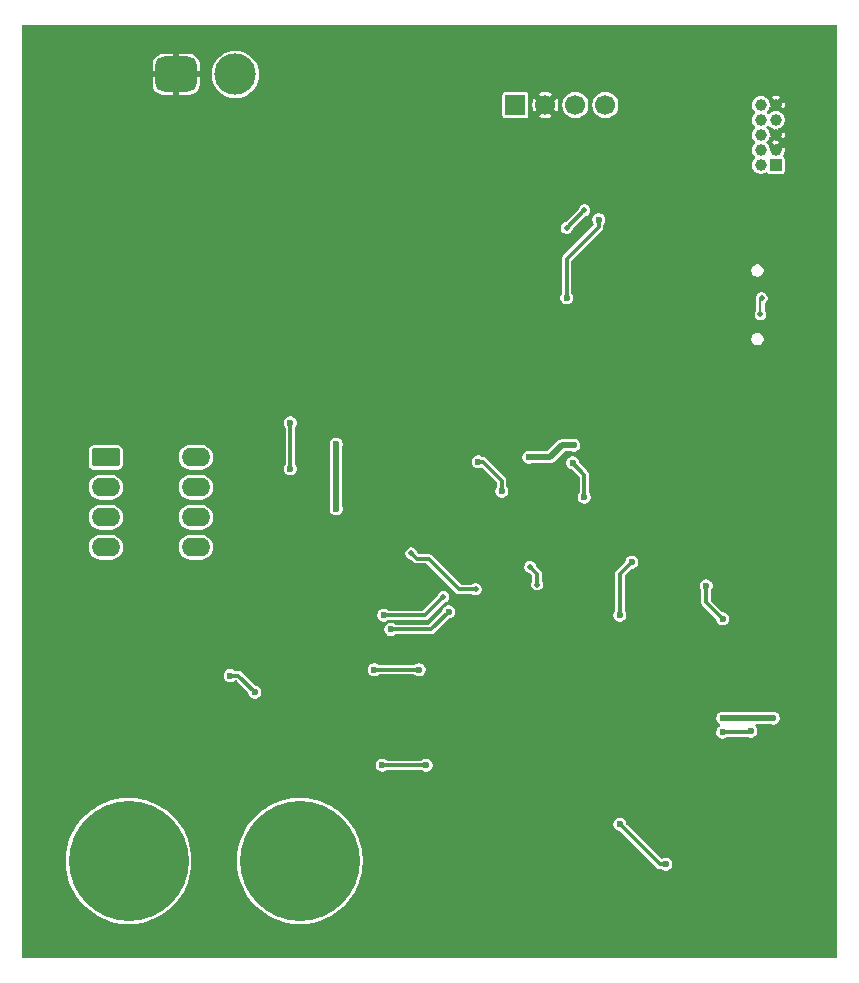
<source format=gbr>
%TF.GenerationSoftware,KiCad,Pcbnew,9.0.2*%
%TF.CreationDate,2025-11-12T20:00:32+01:00*%
%TF.ProjectId,precise_ammeter,70726563-6973-4655-9f61-6d6d65746572,rev?*%
%TF.SameCoordinates,Original*%
%TF.FileFunction,Copper,L2,Bot*%
%TF.FilePolarity,Positive*%
%FSLAX46Y46*%
G04 Gerber Fmt 4.6, Leading zero omitted, Abs format (unit mm)*
G04 Created by KiCad (PCBNEW 9.0.2) date 2025-11-12 20:00:32*
%MOMM*%
%LPD*%
G01*
G04 APERTURE LIST*
G04 Aperture macros list*
%AMRoundRect*
0 Rectangle with rounded corners*
0 $1 Rounding radius*
0 $2 $3 $4 $5 $6 $7 $8 $9 X,Y pos of 4 corners*
0 Add a 4 corners polygon primitive as box body*
4,1,4,$2,$3,$4,$5,$6,$7,$8,$9,$2,$3,0*
0 Add four circle primitives for the rounded corners*
1,1,$1+$1,$2,$3*
1,1,$1+$1,$4,$5*
1,1,$1+$1,$6,$7*
1,1,$1+$1,$8,$9*
0 Add four rect primitives between the rounded corners*
20,1,$1+$1,$2,$3,$4,$5,0*
20,1,$1+$1,$4,$5,$6,$7,0*
20,1,$1+$1,$6,$7,$8,$9,0*
20,1,$1+$1,$8,$9,$2,$3,0*%
G04 Aperture macros list end*
%TA.AperFunction,ComponentPad*%
%ADD10C,10.160000*%
%TD*%
%TA.AperFunction,ComponentPad*%
%ADD11R,1.700000X1.700000*%
%TD*%
%TA.AperFunction,ComponentPad*%
%ADD12C,1.700000*%
%TD*%
%TA.AperFunction,ComponentPad*%
%ADD13RoundRect,0.250000X-0.950000X-0.550000X0.950000X-0.550000X0.950000X0.550000X-0.950000X0.550000X0*%
%TD*%
%TA.AperFunction,ComponentPad*%
%ADD14O,2.400000X1.600000*%
%TD*%
%TA.AperFunction,ComponentPad*%
%ADD15RoundRect,0.750000X-1.000000X-0.750000X1.000000X-0.750000X1.000000X0.750000X-1.000000X0.750000X0*%
%TD*%
%TA.AperFunction,ComponentPad*%
%ADD16C,3.500000*%
%TD*%
%TA.AperFunction,ComponentPad*%
%ADD17R,1.000000X1.000000*%
%TD*%
%TA.AperFunction,ComponentPad*%
%ADD18C,1.000000*%
%TD*%
%TA.AperFunction,ViaPad*%
%ADD19C,0.600000*%
%TD*%
%TA.AperFunction,ViaPad*%
%ADD20C,0.500000*%
%TD*%
%TA.AperFunction,Conductor*%
%ADD21C,0.300000*%
%TD*%
%TA.AperFunction,Conductor*%
%ADD22C,0.500000*%
%TD*%
%TA.AperFunction,Conductor*%
%ADD23C,0.200000*%
%TD*%
G04 APERTURE END LIST*
D10*
%TO.P,J2,1,Pin_1*%
%TO.N,/Curr_measurement/IN-*%
X198500000Y-120300000D03*
%TD*%
D11*
%TO.P,J6,1,Pin_1*%
%TO.N,+3V3*%
X216760000Y-56300000D03*
D12*
%TO.P,J6,2,Pin_2*%
%TO.N,GND*%
X219300000Y-56300000D03*
%TO.P,J6,3,Pin_3*%
%TO.N,/MCU/SCL*%
X221840000Y-56300000D03*
%TO.P,J6,4,Pin_4*%
%TO.N,/MCU/SDA*%
X224380000Y-56300000D03*
%TD*%
D13*
%TO.P,U1,1,RG*%
%TO.N,Net-(R8-Pad1)*%
X182080000Y-86120000D03*
D14*
%TO.P,U1,2,V-IN*%
%TO.N,Net-(U1-V-IN)*%
X182080000Y-88660000D03*
%TO.P,U1,3,V+IN*%
%TO.N,Net-(U1-V+IN)*%
X182080000Y-91200000D03*
%TO.P,U1,4,V-*%
%TO.N,-5VA*%
X182080000Y-93740000D03*
%TO.P,U1,5,REF*%
%TO.N,Net-(U1-REF)*%
X189700000Y-93740000D03*
%TO.P,U1,6,VO*%
%TO.N,/Curr_measurement/Frontend_1/Stage1_out_1*%
X189700000Y-91200000D03*
%TO.P,U1,7,V+*%
%TO.N,+5VA*%
X189700000Y-88660000D03*
%TO.P,U1,8,RG*%
%TO.N,Net-(R8-Pad2)*%
X189700000Y-86120000D03*
%TD*%
D15*
%TO.P,J5,1,Pin_1*%
%TO.N,GND*%
X188037500Y-53700000D03*
D16*
%TO.P,J5,2,Pin_2*%
%TO.N,VBUS*%
X193037500Y-53700000D03*
%TD*%
D10*
%TO.P,J1,1,Pin_1*%
%TO.N,/Curr_measurement/IN+*%
X184000000Y-120300000D03*
%TD*%
D17*
%TO.P,J4,1,VTref*%
%TO.N,+3V3*%
X238800000Y-61370000D03*
D18*
%TO.P,J4,2,SWDIO/TMS*%
%TO.N,/MCU/SWDIO*%
X237530000Y-61370000D03*
%TO.P,J4,3,GND*%
%TO.N,GND*%
X238800000Y-60100000D03*
%TO.P,J4,4,SWCLK/TCK*%
%TO.N,/MCU/SWCLK*%
X237530000Y-60100000D03*
%TO.P,J4,5,GND*%
%TO.N,GND*%
X238800000Y-58830000D03*
%TO.P,J4,6,SWO/TDO*%
%TO.N,unconnected-(J4-SWO{slash}TDO-Pad6)*%
X237530000Y-58830000D03*
%TO.P,J4,7,KEY*%
%TO.N,unconnected-(J4-KEY-Pad7)*%
X238800000Y-57560000D03*
%TO.P,J4,8,NC/TDI*%
%TO.N,unconnected-(J4-NC{slash}TDI-Pad8)*%
X237530000Y-57560000D03*
%TO.P,J4,9,GNDDetect*%
%TO.N,GND*%
X238800000Y-56290000D03*
%TO.P,J4,10,~{RESET}*%
%TO.N,/MCU/NRST*%
X237530000Y-56290000D03*
%TD*%
D19*
%TO.N,GND*%
X211000000Y-72900000D03*
X202300000Y-81100000D03*
X223400000Y-72500000D03*
X200600000Y-81100000D03*
X193500000Y-61500000D03*
X197900000Y-70400000D03*
D20*
X230600000Y-112700000D03*
X239200000Y-121500000D03*
X215900000Y-66400000D03*
D19*
X210400000Y-75600000D03*
X222400000Y-83700000D03*
X221050000Y-77750000D03*
D20*
X220400000Y-118700000D03*
X239500000Y-75900000D03*
D19*
X211900000Y-68000000D03*
X212000000Y-75600000D03*
D20*
X233150000Y-78550000D03*
X188000000Y-60500000D03*
D19*
X212500000Y-72900000D03*
D20*
X184100000Y-98000000D03*
X235000000Y-76200000D03*
X238800000Y-76700000D03*
D19*
X208000000Y-70300000D03*
D20*
X224300000Y-110700000D03*
X190900000Y-68100000D03*
X231800000Y-69100000D03*
X194000000Y-69900000D03*
X238600000Y-79000000D03*
D19*
X206600000Y-81000000D03*
D20*
X239500000Y-73100000D03*
X187800000Y-98000000D03*
D19*
X205300000Y-66900000D03*
D20*
X239500000Y-71700000D03*
D19*
X230200000Y-76500000D03*
D20*
X212200000Y-90500000D03*
X199800000Y-59400000D03*
D19*
X213900000Y-72900000D03*
X239600000Y-92200000D03*
X218600000Y-71900000D03*
X206800000Y-67500000D03*
D20*
X235000000Y-78000000D03*
D19*
X225300000Y-103600000D03*
D20*
X212700000Y-79600000D03*
D19*
X209800000Y-72300000D03*
X199300000Y-66400000D03*
X214100000Y-68000000D03*
X227600000Y-91700000D03*
X198000000Y-67800000D03*
X224500000Y-83600000D03*
X207300000Y-69300000D03*
X239400000Y-102000000D03*
X201200000Y-66300000D03*
D20*
X227100000Y-99700000D03*
D19*
X184000000Y-66000000D03*
X205800000Y-79800000D03*
D20*
X235100000Y-68200000D03*
D19*
X197900000Y-71600000D03*
D20*
X222700000Y-100500000D03*
X238600000Y-67900000D03*
D19*
X197900000Y-77900000D03*
X209000000Y-75650000D03*
D20*
X239500000Y-74500000D03*
D19*
X204900000Y-80600000D03*
D20*
X238600000Y-67000000D03*
D19*
X230200000Y-78700000D03*
X203600000Y-66500000D03*
D20*
X213197500Y-59165000D03*
X238600000Y-78100000D03*
X220000000Y-107700000D03*
X239000000Y-85400000D03*
X216800000Y-59800000D03*
D19*
X197900000Y-72800000D03*
X223000000Y-77600000D03*
D20*
X206500000Y-95900000D03*
D19*
X197900000Y-74000000D03*
X177400000Y-69100000D03*
X197900000Y-69200000D03*
X230800000Y-101000000D03*
D20*
X219500000Y-92500000D03*
D19*
X205300000Y-72500000D03*
D20*
X239500000Y-70300000D03*
D19*
X207500000Y-76400000D03*
D20*
X198600000Y-94600000D03*
D19*
X202000000Y-55500000D03*
X203900000Y-52400000D03*
X205700000Y-58000000D03*
X199100000Y-81100000D03*
X231900000Y-103500000D03*
D20*
X196400000Y-97900000D03*
D19*
X197900000Y-79100000D03*
X240400000Y-95800000D03*
D20*
X200800000Y-99200000D03*
D19*
X197900000Y-76600000D03*
X227400000Y-69100000D03*
D20*
X194200000Y-86200000D03*
D19*
X197900000Y-80500000D03*
X203700000Y-81100000D03*
X227600000Y-89500000D03*
D20*
X193900000Y-73300000D03*
D19*
X227000000Y-73200000D03*
X208800000Y-71300000D03*
X206900000Y-79000000D03*
X197900000Y-75300000D03*
D20*
X235100000Y-69000000D03*
D19*
X206900000Y-77600000D03*
D20*
X206700000Y-90700000D03*
X238700000Y-69400000D03*
D19*
X206500000Y-72700000D03*
%TO.N,/Analog_IO*%
X222600000Y-89500000D03*
X221600000Y-86600000D03*
%TO.N,/Stage_IO*%
X213600000Y-86500000D03*
X215600000Y-89000000D03*
%TO.N,+3V3*%
X217900000Y-86100000D03*
X221700000Y-85100000D03*
%TO.N,-5VA*%
X232900000Y-97000000D03*
X201600000Y-85000000D03*
X234300000Y-99800000D03*
X201600000Y-90500000D03*
%TO.N,+5VA*%
X197700000Y-83200000D03*
X226600000Y-95000000D03*
X234300000Y-108200000D03*
X225600000Y-99500000D03*
X229500000Y-120575000D03*
X225600000Y-117200000D03*
X205600000Y-99500000D03*
D20*
X210650000Y-97950000D03*
D19*
X238600000Y-108200000D03*
X197700000Y-87100000D03*
D20*
%TO.N,/MCU/USB_D_N*%
X237600000Y-72650000D03*
X237500000Y-74010000D03*
D19*
%TO.N,/MCU/NRST*%
X223800000Y-66000000D03*
X221100000Y-72600000D03*
D20*
%TO.N,/MCU/SDA*%
X221100000Y-66700000D03*
X222600000Y-65200000D03*
D19*
%TO.N,/Curr_measurement/Frontend_2/Frontend_2_IN+*%
X192600000Y-104600000D03*
X194700000Y-106000000D03*
X209200000Y-112200000D03*
X205500000Y-112200000D03*
%TO.N,/Curr_measurement/Frontend_2/Frontend_2_IN-*%
X204800000Y-104100000D03*
X208600000Y-104100000D03*
D20*
%TO.N,/Curr_measurement/Frontend_1/Frontend_1_OUT*%
X207944375Y-94255625D03*
X213400000Y-97300000D03*
D19*
%TO.N,/Curr_measurement/Frontend_2/Stage1_out_2*%
X236700000Y-109300000D03*
X234300000Y-109400000D03*
D20*
X218600000Y-96900000D03*
X218000000Y-95400000D03*
D19*
%TO.N,/Curr_measurement/Frontend_1/Stage1_out_1*%
X211100000Y-99200000D03*
X206200000Y-100700000D03*
%TD*%
D21*
%TO.N,/Analog_IO*%
X222600000Y-87600000D02*
X221600000Y-86600000D01*
X222600000Y-89500000D02*
X222600000Y-87600000D01*
%TO.N,/Stage_IO*%
X213600000Y-86500000D02*
X214000000Y-86500000D01*
X215600000Y-88100000D02*
X215600000Y-89000000D01*
X214000000Y-86500000D02*
X215600000Y-88100000D01*
D22*
%TO.N,+3V3*%
X221700000Y-85100000D02*
X220700000Y-85100000D01*
X219700000Y-86100000D02*
X217900000Y-86100000D01*
X220700000Y-85100000D02*
X219700000Y-86100000D01*
D21*
%TO.N,-5VA*%
X234300000Y-99800000D02*
X232900000Y-98400000D01*
X232900000Y-98400000D02*
X232900000Y-97000000D01*
D22*
X201600000Y-90500000D02*
X201600000Y-85000000D01*
D21*
%TO.N,+5VA*%
X209100000Y-99500000D02*
X205600000Y-99500000D01*
X225600000Y-96000000D02*
X225600000Y-99500000D01*
D22*
X234300000Y-108200000D02*
X238600000Y-108200000D01*
D21*
X226600000Y-95000000D02*
X225600000Y-96000000D01*
X197700000Y-83200000D02*
X197700000Y-87100000D01*
X210650000Y-97950000D02*
X209100000Y-99500000D01*
X228975000Y-120575000D02*
X225600000Y-117200000D01*
X229500000Y-120575000D02*
X228975000Y-120575000D01*
D23*
%TO.N,/MCU/USB_D_N*%
X237500000Y-72750000D02*
X237600000Y-72650000D01*
X237500000Y-74010000D02*
X237500000Y-72750000D01*
D21*
%TO.N,/MCU/NRST*%
X223800000Y-66600000D02*
X221100000Y-69300000D01*
X223800000Y-66000000D02*
X223800000Y-66600000D01*
X221100000Y-69300000D02*
X221100000Y-72600000D01*
%TO.N,/MCU/SDA*%
X221100000Y-66700000D02*
X222600000Y-65200000D01*
%TO.N,/Curr_measurement/Frontend_2/Frontend_2_IN+*%
X205500000Y-112200000D02*
X209200000Y-112200000D01*
X192600000Y-104600000D02*
X193300000Y-104600000D01*
X193300000Y-104600000D02*
X194700000Y-106000000D01*
%TO.N,/Curr_measurement/Frontend_2/Frontend_2_IN-*%
X204800000Y-104100000D02*
X208600000Y-104100000D01*
%TO.N,/Curr_measurement/Frontend_1/Frontend_1_OUT*%
X208388750Y-94700000D02*
X209400000Y-94700000D01*
X207944375Y-94255625D02*
X208388750Y-94700000D01*
X209400000Y-94700000D02*
X212000000Y-97300000D01*
X212000000Y-97300000D02*
X213400000Y-97300000D01*
%TO.N,/Curr_measurement/Frontend_2/Stage1_out_2*%
X236600000Y-109400000D02*
X236700000Y-109300000D01*
X218600000Y-96900000D02*
X218600000Y-96000000D01*
X234300000Y-109400000D02*
X236600000Y-109400000D01*
X218600000Y-96000000D02*
X218000000Y-95400000D01*
%TO.N,/Curr_measurement/Frontend_1/Stage1_out_1*%
X209600000Y-100700000D02*
X211100000Y-99200000D01*
X206200000Y-100700000D02*
X209600000Y-100700000D01*
%TD*%
%TA.AperFunction,Conductor*%
%TO.N,GND*%
G36*
X243942539Y-49520185D02*
G01*
X243988294Y-49572989D01*
X243999500Y-49624500D01*
X243999500Y-128375500D01*
X243979815Y-128442539D01*
X243927011Y-128488294D01*
X243875500Y-128499500D01*
X175124500Y-128499500D01*
X175057461Y-128479815D01*
X175011706Y-128427011D01*
X175000500Y-128375500D01*
X175000500Y-120090558D01*
X178669500Y-120090558D01*
X178669500Y-120509441D01*
X178702364Y-120927017D01*
X178702364Y-120927018D01*
X178767889Y-121340728D01*
X178865677Y-121748041D01*
X178995109Y-122146395D01*
X179155402Y-122533374D01*
X179155408Y-122533388D01*
X179345571Y-122906605D01*
X179345578Y-122906618D01*
X179345581Y-122906623D01*
X179564424Y-123263742D01*
X179564432Y-123263753D01*
X179810632Y-123602619D01*
X179810642Y-123602633D01*
X180082668Y-123921132D01*
X180082674Y-123921139D01*
X180378861Y-124217326D01*
X180378867Y-124217331D01*
X180697366Y-124489357D01*
X180697373Y-124489362D01*
X181036248Y-124735569D01*
X181036252Y-124735571D01*
X181036257Y-124735575D01*
X181393376Y-124954418D01*
X181393381Y-124954421D01*
X181393386Y-124954423D01*
X181393395Y-124954429D01*
X181766612Y-125144592D01*
X182153599Y-125304888D01*
X182153604Y-125304890D01*
X182467518Y-125406886D01*
X182551970Y-125434326D01*
X182959269Y-125532110D01*
X183372983Y-125597636D01*
X183790564Y-125630500D01*
X183790572Y-125630500D01*
X184209428Y-125630500D01*
X184209436Y-125630500D01*
X184627017Y-125597636D01*
X185040731Y-125532110D01*
X185448030Y-125434326D01*
X185846401Y-125304888D01*
X186233388Y-125144592D01*
X186606605Y-124954429D01*
X186963752Y-124735569D01*
X187302627Y-124489362D01*
X187621139Y-124217326D01*
X187917326Y-123921139D01*
X188189362Y-123602627D01*
X188435569Y-123263752D01*
X188654429Y-122906605D01*
X188844592Y-122533388D01*
X189004888Y-122146401D01*
X189134326Y-121748030D01*
X189232110Y-121340731D01*
X189297636Y-120927017D01*
X189330500Y-120509436D01*
X189330500Y-120090564D01*
X189330500Y-120090558D01*
X193169500Y-120090558D01*
X193169500Y-120509441D01*
X193202364Y-120927017D01*
X193202364Y-120927018D01*
X193267889Y-121340728D01*
X193365677Y-121748041D01*
X193495109Y-122146395D01*
X193655402Y-122533374D01*
X193655408Y-122533388D01*
X193845571Y-122906605D01*
X193845578Y-122906618D01*
X193845581Y-122906623D01*
X194064424Y-123263742D01*
X194064432Y-123263753D01*
X194310632Y-123602619D01*
X194310642Y-123602633D01*
X194582668Y-123921132D01*
X194582674Y-123921139D01*
X194878861Y-124217326D01*
X194878867Y-124217331D01*
X195197366Y-124489357D01*
X195197373Y-124489362D01*
X195536248Y-124735569D01*
X195536252Y-124735571D01*
X195536257Y-124735575D01*
X195893376Y-124954418D01*
X195893381Y-124954421D01*
X195893386Y-124954423D01*
X195893395Y-124954429D01*
X196266612Y-125144592D01*
X196653599Y-125304888D01*
X196653604Y-125304890D01*
X196967518Y-125406886D01*
X197051970Y-125434326D01*
X197459269Y-125532110D01*
X197872983Y-125597636D01*
X198290564Y-125630500D01*
X198290572Y-125630500D01*
X198709428Y-125630500D01*
X198709436Y-125630500D01*
X199127017Y-125597636D01*
X199540731Y-125532110D01*
X199948030Y-125434326D01*
X200346401Y-125304888D01*
X200733388Y-125144592D01*
X201106605Y-124954429D01*
X201463752Y-124735569D01*
X201802627Y-124489362D01*
X202121139Y-124217326D01*
X202417326Y-123921139D01*
X202689362Y-123602627D01*
X202935569Y-123263752D01*
X203154429Y-122906605D01*
X203344592Y-122533388D01*
X203504888Y-122146401D01*
X203634326Y-121748030D01*
X203732110Y-121340731D01*
X203797636Y-120927017D01*
X203830500Y-120509436D01*
X203830500Y-120090564D01*
X203797636Y-119672983D01*
X203732110Y-119259269D01*
X203634326Y-118851970D01*
X203504888Y-118453599D01*
X203344592Y-118066612D01*
X203154429Y-117693395D01*
X203154423Y-117693386D01*
X203154421Y-117693381D01*
X203154418Y-117693376D01*
X202935575Y-117336257D01*
X202935571Y-117336252D01*
X202935569Y-117336248D01*
X202783923Y-117127525D01*
X225049500Y-117127525D01*
X225049500Y-117272475D01*
X225066591Y-117336257D01*
X225087017Y-117412488D01*
X225159488Y-117538011D01*
X225159490Y-117538013D01*
X225159491Y-117538015D01*
X225261985Y-117640509D01*
X225261986Y-117640510D01*
X225261988Y-117640511D01*
X225387511Y-117712982D01*
X225387512Y-117712982D01*
X225387515Y-117712984D01*
X225527525Y-117750500D01*
X225532745Y-117750500D01*
X225599784Y-117770185D01*
X225620426Y-117786819D01*
X228654518Y-120820910D01*
X228654520Y-120820913D01*
X228729087Y-120895480D01*
X228759459Y-120913015D01*
X228820412Y-120948207D01*
X228922273Y-120975500D01*
X229070614Y-120975500D01*
X229137653Y-120995185D01*
X229158295Y-121011819D01*
X229161985Y-121015509D01*
X229161986Y-121015510D01*
X229161988Y-121015511D01*
X229287511Y-121087982D01*
X229287512Y-121087982D01*
X229287515Y-121087984D01*
X229427525Y-121125500D01*
X229427528Y-121125500D01*
X229572472Y-121125500D01*
X229572475Y-121125500D01*
X229712485Y-121087984D01*
X229838015Y-121015509D01*
X229940509Y-120913015D01*
X230012984Y-120787485D01*
X230050500Y-120647475D01*
X230050500Y-120502525D01*
X230012984Y-120362515D01*
X229940509Y-120236985D01*
X229838015Y-120134491D01*
X229838013Y-120134490D01*
X229838011Y-120134488D01*
X229712488Y-120062017D01*
X229712489Y-120062017D01*
X229701006Y-120058940D01*
X229572475Y-120024500D01*
X229427525Y-120024500D01*
X229298993Y-120058940D01*
X229287511Y-120062017D01*
X229205649Y-120109281D01*
X229137749Y-120125754D01*
X229071722Y-120102902D01*
X229055968Y-120089575D01*
X226186819Y-117220426D01*
X226153334Y-117159103D01*
X226150500Y-117132745D01*
X226150500Y-117127527D01*
X226150500Y-117127525D01*
X226112984Y-116987515D01*
X226040509Y-116861985D01*
X225938015Y-116759491D01*
X225938013Y-116759490D01*
X225938011Y-116759488D01*
X225812488Y-116687017D01*
X225812489Y-116687017D01*
X225801006Y-116683940D01*
X225672475Y-116649500D01*
X225527525Y-116649500D01*
X225398993Y-116683940D01*
X225387511Y-116687017D01*
X225261988Y-116759488D01*
X225261982Y-116759493D01*
X225159493Y-116861982D01*
X225159488Y-116861988D01*
X225087017Y-116987511D01*
X225084373Y-116997380D01*
X225049500Y-117127525D01*
X202783923Y-117127525D01*
X202689362Y-116997373D01*
X202689357Y-116997366D01*
X202417331Y-116678867D01*
X202417326Y-116678861D01*
X202121139Y-116382674D01*
X202121132Y-116382668D01*
X201802633Y-116110642D01*
X201802619Y-116110632D01*
X201463753Y-115864432D01*
X201463742Y-115864424D01*
X201106623Y-115645581D01*
X201106618Y-115645578D01*
X201106608Y-115645573D01*
X201106605Y-115645571D01*
X200733388Y-115455408D01*
X200733374Y-115455402D01*
X200346395Y-115295109D01*
X199948041Y-115165677D01*
X199948034Y-115165675D01*
X199948030Y-115165674D01*
X199719085Y-115110709D01*
X199540728Y-115067889D01*
X199127017Y-115002364D01*
X198709441Y-114969500D01*
X198709436Y-114969500D01*
X198290564Y-114969500D01*
X198290558Y-114969500D01*
X197872982Y-115002364D01*
X197872981Y-115002364D01*
X197459271Y-115067889D01*
X197051958Y-115165677D01*
X196653604Y-115295109D01*
X196266625Y-115455402D01*
X196266612Y-115455408D01*
X195893381Y-115645578D01*
X195893376Y-115645581D01*
X195536257Y-115864424D01*
X195536246Y-115864432D01*
X195197380Y-116110632D01*
X195197366Y-116110642D01*
X194878867Y-116382668D01*
X194878853Y-116382681D01*
X194582681Y-116678853D01*
X194582668Y-116678867D01*
X194310642Y-116997366D01*
X194310632Y-116997380D01*
X194064432Y-117336246D01*
X194064424Y-117336257D01*
X193845581Y-117693376D01*
X193845578Y-117693381D01*
X193655408Y-118066612D01*
X193655402Y-118066625D01*
X193495109Y-118453604D01*
X193365677Y-118851958D01*
X193267889Y-119259271D01*
X193202364Y-119672981D01*
X193202364Y-119672982D01*
X193169500Y-120090558D01*
X189330500Y-120090558D01*
X189297636Y-119672983D01*
X189232110Y-119259269D01*
X189134326Y-118851970D01*
X189004888Y-118453599D01*
X188844592Y-118066612D01*
X188654429Y-117693395D01*
X188654423Y-117693386D01*
X188654421Y-117693381D01*
X188654418Y-117693376D01*
X188435575Y-117336257D01*
X188435571Y-117336252D01*
X188435569Y-117336248D01*
X188189362Y-116997373D01*
X188189357Y-116997366D01*
X187917331Y-116678867D01*
X187917326Y-116678861D01*
X187621139Y-116382674D01*
X187621132Y-116382668D01*
X187302633Y-116110642D01*
X187302619Y-116110632D01*
X186963753Y-115864432D01*
X186963742Y-115864424D01*
X186606623Y-115645581D01*
X186606618Y-115645578D01*
X186606608Y-115645573D01*
X186606605Y-115645571D01*
X186233388Y-115455408D01*
X186233374Y-115455402D01*
X185846395Y-115295109D01*
X185448041Y-115165677D01*
X185448034Y-115165675D01*
X185448030Y-115165674D01*
X185219085Y-115110709D01*
X185040728Y-115067889D01*
X184627017Y-115002364D01*
X184209441Y-114969500D01*
X184209436Y-114969500D01*
X183790564Y-114969500D01*
X183790558Y-114969500D01*
X183372982Y-115002364D01*
X183372981Y-115002364D01*
X182959271Y-115067889D01*
X182551958Y-115165677D01*
X182153604Y-115295109D01*
X181766625Y-115455402D01*
X181766612Y-115455408D01*
X181393381Y-115645578D01*
X181393376Y-115645581D01*
X181036257Y-115864424D01*
X181036246Y-115864432D01*
X180697380Y-116110632D01*
X180697366Y-116110642D01*
X180378867Y-116382668D01*
X180378853Y-116382681D01*
X180082681Y-116678853D01*
X180082668Y-116678867D01*
X179810642Y-116997366D01*
X179810632Y-116997380D01*
X179564432Y-117336246D01*
X179564424Y-117336257D01*
X179345581Y-117693376D01*
X179345578Y-117693381D01*
X179155408Y-118066612D01*
X179155402Y-118066625D01*
X178995109Y-118453604D01*
X178865677Y-118851958D01*
X178767889Y-119259271D01*
X178702364Y-119672981D01*
X178702364Y-119672982D01*
X178669500Y-120090558D01*
X175000500Y-120090558D01*
X175000500Y-112127525D01*
X204949500Y-112127525D01*
X204949500Y-112272475D01*
X204987016Y-112412485D01*
X204987017Y-112412488D01*
X205059488Y-112538011D01*
X205059490Y-112538013D01*
X205059491Y-112538015D01*
X205161985Y-112640509D01*
X205161986Y-112640510D01*
X205161988Y-112640511D01*
X205287511Y-112712982D01*
X205287512Y-112712982D01*
X205287515Y-112712984D01*
X205427525Y-112750500D01*
X205427528Y-112750500D01*
X205572472Y-112750500D01*
X205572475Y-112750500D01*
X205712485Y-112712984D01*
X205838015Y-112640509D01*
X205841705Y-112636819D01*
X205903028Y-112603334D01*
X205929386Y-112600500D01*
X208770614Y-112600500D01*
X208837653Y-112620185D01*
X208858295Y-112636819D01*
X208861985Y-112640509D01*
X208861986Y-112640510D01*
X208861988Y-112640511D01*
X208987511Y-112712982D01*
X208987512Y-112712982D01*
X208987515Y-112712984D01*
X209127525Y-112750500D01*
X209127528Y-112750500D01*
X209272472Y-112750500D01*
X209272475Y-112750500D01*
X209412485Y-112712984D01*
X209538015Y-112640509D01*
X209640509Y-112538015D01*
X209712984Y-112412485D01*
X209750500Y-112272475D01*
X209750500Y-112127525D01*
X209712984Y-111987515D01*
X209640509Y-111861985D01*
X209538015Y-111759491D01*
X209538013Y-111759490D01*
X209538011Y-111759488D01*
X209412488Y-111687017D01*
X209412489Y-111687017D01*
X209401006Y-111683940D01*
X209272475Y-111649500D01*
X209127525Y-111649500D01*
X208998993Y-111683940D01*
X208987511Y-111687017D01*
X208861988Y-111759488D01*
X208861982Y-111759493D01*
X208858295Y-111763181D01*
X208796972Y-111796666D01*
X208770614Y-111799500D01*
X205929386Y-111799500D01*
X205862347Y-111779815D01*
X205841705Y-111763181D01*
X205838017Y-111759493D01*
X205838011Y-111759488D01*
X205712488Y-111687017D01*
X205712489Y-111687017D01*
X205701006Y-111683940D01*
X205572475Y-111649500D01*
X205427525Y-111649500D01*
X205298993Y-111683940D01*
X205287511Y-111687017D01*
X205161988Y-111759488D01*
X205161982Y-111759493D01*
X205059493Y-111861982D01*
X205059488Y-111861988D01*
X204987017Y-111987511D01*
X204987016Y-111987515D01*
X204949500Y-112127525D01*
X175000500Y-112127525D01*
X175000500Y-108127525D01*
X233749500Y-108127525D01*
X233749500Y-108272475D01*
X233787016Y-108412485D01*
X233787017Y-108412488D01*
X233859488Y-108538011D01*
X233859490Y-108538013D01*
X233859491Y-108538015D01*
X233961985Y-108640509D01*
X234032000Y-108680932D01*
X234052231Y-108692613D01*
X234100446Y-108743181D01*
X234113668Y-108811788D01*
X234087700Y-108876653D01*
X234052231Y-108907387D01*
X233961985Y-108959491D01*
X233961982Y-108959493D01*
X233859493Y-109061982D01*
X233859488Y-109061988D01*
X233787017Y-109187511D01*
X233787016Y-109187515D01*
X233749500Y-109327525D01*
X233749500Y-109472475D01*
X233760221Y-109512485D01*
X233787017Y-109612488D01*
X233859488Y-109738011D01*
X233859490Y-109738013D01*
X233859491Y-109738015D01*
X233961985Y-109840509D01*
X233961986Y-109840510D01*
X233961988Y-109840511D01*
X234087511Y-109912982D01*
X234087512Y-109912982D01*
X234087515Y-109912984D01*
X234227525Y-109950500D01*
X234227528Y-109950500D01*
X234372472Y-109950500D01*
X234372475Y-109950500D01*
X234512485Y-109912984D01*
X234638015Y-109840509D01*
X234641705Y-109836819D01*
X234703028Y-109803334D01*
X234729386Y-109800500D01*
X236432711Y-109800500D01*
X236480162Y-109809938D01*
X236487513Y-109812983D01*
X236487515Y-109812984D01*
X236627525Y-109850500D01*
X236627528Y-109850500D01*
X236772472Y-109850500D01*
X236772475Y-109850500D01*
X236912485Y-109812984D01*
X237038015Y-109740509D01*
X237140509Y-109638015D01*
X237212984Y-109512485D01*
X237250500Y-109372475D01*
X237250500Y-109227525D01*
X237212984Y-109087515D01*
X237198244Y-109061985D01*
X237140511Y-108961988D01*
X237140506Y-108961982D01*
X237090705Y-108912181D01*
X237057220Y-108850858D01*
X237062204Y-108781166D01*
X237104076Y-108725233D01*
X237169540Y-108700816D01*
X237178386Y-108700500D01*
X238332711Y-108700500D01*
X238380162Y-108709938D01*
X238387513Y-108712983D01*
X238387515Y-108712984D01*
X238527525Y-108750500D01*
X238527528Y-108750500D01*
X238672472Y-108750500D01*
X238672475Y-108750500D01*
X238812485Y-108712984D01*
X238938015Y-108640509D01*
X239040509Y-108538015D01*
X239112984Y-108412485D01*
X239150500Y-108272475D01*
X239150500Y-108127525D01*
X239112984Y-107987515D01*
X239040509Y-107861985D01*
X238938015Y-107759491D01*
X238938013Y-107759490D01*
X238938011Y-107759488D01*
X238812488Y-107687017D01*
X238812489Y-107687017D01*
X238801006Y-107683940D01*
X238672475Y-107649500D01*
X238527525Y-107649500D01*
X238443519Y-107672009D01*
X238387513Y-107687016D01*
X238380162Y-107690062D01*
X238332711Y-107699500D01*
X234567289Y-107699500D01*
X234519838Y-107690062D01*
X234512486Y-107687016D01*
X234477482Y-107677637D01*
X234372475Y-107649500D01*
X234227525Y-107649500D01*
X234098993Y-107683940D01*
X234087511Y-107687017D01*
X233961988Y-107759488D01*
X233961982Y-107759493D01*
X233859493Y-107861982D01*
X233859488Y-107861988D01*
X233787017Y-107987511D01*
X233787016Y-107987515D01*
X233749500Y-108127525D01*
X175000500Y-108127525D01*
X175000500Y-104527525D01*
X192049500Y-104527525D01*
X192049500Y-104672475D01*
X192087016Y-104812485D01*
X192087017Y-104812488D01*
X192159488Y-104938011D01*
X192159490Y-104938013D01*
X192159491Y-104938015D01*
X192261985Y-105040509D01*
X192261986Y-105040510D01*
X192261988Y-105040511D01*
X192387511Y-105112982D01*
X192387512Y-105112982D01*
X192387515Y-105112984D01*
X192527525Y-105150500D01*
X192527528Y-105150500D01*
X192672472Y-105150500D01*
X192672475Y-105150500D01*
X192812485Y-105112984D01*
X192938015Y-105040509D01*
X192941705Y-105036819D01*
X192968632Y-105022115D01*
X192994451Y-105005523D01*
X193000651Y-105004631D01*
X193003028Y-105003334D01*
X193029386Y-105000500D01*
X193082745Y-105000500D01*
X193149784Y-105020185D01*
X193170426Y-105036819D01*
X194113181Y-105979574D01*
X194146666Y-106040897D01*
X194149500Y-106067255D01*
X194149500Y-106072475D01*
X194187016Y-106212485D01*
X194187017Y-106212488D01*
X194259488Y-106338011D01*
X194259490Y-106338013D01*
X194259491Y-106338015D01*
X194361985Y-106440509D01*
X194361986Y-106440510D01*
X194361988Y-106440511D01*
X194487511Y-106512982D01*
X194487512Y-106512982D01*
X194487515Y-106512984D01*
X194627525Y-106550500D01*
X194627528Y-106550500D01*
X194772472Y-106550500D01*
X194772475Y-106550500D01*
X194912485Y-106512984D01*
X195038015Y-106440509D01*
X195140509Y-106338015D01*
X195212984Y-106212485D01*
X195250500Y-106072475D01*
X195250500Y-105927525D01*
X195212984Y-105787515D01*
X195140509Y-105661985D01*
X195038015Y-105559491D01*
X195038013Y-105559490D01*
X195038011Y-105559488D01*
X194912488Y-105487017D01*
X194912489Y-105487017D01*
X194901006Y-105483940D01*
X194772475Y-105449500D01*
X194772472Y-105449500D01*
X194767255Y-105449500D01*
X194700216Y-105429815D01*
X194679574Y-105413181D01*
X193545915Y-104279522D01*
X193545913Y-104279520D01*
X193500250Y-104253156D01*
X193454589Y-104226793D01*
X193403657Y-104213146D01*
X193352727Y-104199500D01*
X193352726Y-104199500D01*
X193029386Y-104199500D01*
X192962347Y-104179815D01*
X192961647Y-104179362D01*
X192950833Y-104172309D01*
X192938015Y-104159491D01*
X192812485Y-104087016D01*
X192672475Y-104049500D01*
X192527525Y-104049500D01*
X192398993Y-104083940D01*
X192387511Y-104087017D01*
X192261988Y-104159488D01*
X192261982Y-104159493D01*
X192159493Y-104261982D01*
X192159488Y-104261988D01*
X192087017Y-104387511D01*
X192087016Y-104387515D01*
X192049500Y-104527525D01*
X175000500Y-104527525D01*
X175000500Y-104027525D01*
X204249500Y-104027525D01*
X204249500Y-104172475D01*
X204287016Y-104312485D01*
X204287017Y-104312488D01*
X204359488Y-104438011D01*
X204359490Y-104438013D01*
X204359491Y-104438015D01*
X204461985Y-104540509D01*
X204461986Y-104540510D01*
X204461988Y-104540511D01*
X204587511Y-104612982D01*
X204587512Y-104612982D01*
X204587515Y-104612984D01*
X204727525Y-104650500D01*
X204727528Y-104650500D01*
X204872472Y-104650500D01*
X204872475Y-104650500D01*
X205012485Y-104612984D01*
X205138015Y-104540509D01*
X205141705Y-104536819D01*
X205203028Y-104503334D01*
X205229386Y-104500500D01*
X208170614Y-104500500D01*
X208237653Y-104520185D01*
X208258295Y-104536819D01*
X208261985Y-104540509D01*
X208261986Y-104540510D01*
X208261988Y-104540511D01*
X208387511Y-104612982D01*
X208387512Y-104612982D01*
X208387515Y-104612984D01*
X208527525Y-104650500D01*
X208527528Y-104650500D01*
X208672472Y-104650500D01*
X208672475Y-104650500D01*
X208812485Y-104612984D01*
X208938015Y-104540509D01*
X209040509Y-104438015D01*
X209112984Y-104312485D01*
X209150500Y-104172475D01*
X209150500Y-104027525D01*
X209112984Y-103887515D01*
X209040509Y-103761985D01*
X208938015Y-103659491D01*
X208938013Y-103659490D01*
X208938011Y-103659488D01*
X208812488Y-103587017D01*
X208812489Y-103587017D01*
X208801006Y-103583940D01*
X208672475Y-103549500D01*
X208527525Y-103549500D01*
X208398993Y-103583940D01*
X208387511Y-103587017D01*
X208261988Y-103659488D01*
X208261982Y-103659493D01*
X208258295Y-103663181D01*
X208196972Y-103696666D01*
X208170614Y-103699500D01*
X205229386Y-103699500D01*
X205162347Y-103679815D01*
X205141705Y-103663181D01*
X205138017Y-103659493D01*
X205138011Y-103659488D01*
X205012488Y-103587017D01*
X205012489Y-103587017D01*
X205001006Y-103583940D01*
X204872475Y-103549500D01*
X204727525Y-103549500D01*
X204598993Y-103583940D01*
X204587511Y-103587017D01*
X204461988Y-103659488D01*
X204461982Y-103659493D01*
X204359493Y-103761982D01*
X204359488Y-103761988D01*
X204287017Y-103887511D01*
X204287016Y-103887515D01*
X204249500Y-104027525D01*
X175000500Y-104027525D01*
X175000500Y-100627525D01*
X205649500Y-100627525D01*
X205649500Y-100772475D01*
X205687016Y-100912485D01*
X205687017Y-100912488D01*
X205759488Y-101038011D01*
X205759490Y-101038013D01*
X205759491Y-101038015D01*
X205861985Y-101140509D01*
X205861986Y-101140510D01*
X205861988Y-101140511D01*
X205987511Y-101212982D01*
X205987512Y-101212982D01*
X205987515Y-101212984D01*
X206127525Y-101250500D01*
X206127528Y-101250500D01*
X206272472Y-101250500D01*
X206272475Y-101250500D01*
X206412485Y-101212984D01*
X206538015Y-101140509D01*
X206541705Y-101136819D01*
X206603028Y-101103334D01*
X206629386Y-101100500D01*
X209652725Y-101100500D01*
X209652727Y-101100500D01*
X209754588Y-101073207D01*
X209845913Y-101020480D01*
X211079574Y-99786819D01*
X211140897Y-99753334D01*
X211167255Y-99750500D01*
X211172472Y-99750500D01*
X211172475Y-99750500D01*
X211312485Y-99712984D01*
X211438015Y-99640509D01*
X211540509Y-99538015D01*
X211604301Y-99427525D01*
X225049500Y-99427525D01*
X225049500Y-99572475D01*
X225087016Y-99712485D01*
X225087017Y-99712488D01*
X225159488Y-99838011D01*
X225159490Y-99838013D01*
X225159491Y-99838015D01*
X225261985Y-99940509D01*
X225261986Y-99940510D01*
X225261988Y-99940511D01*
X225387511Y-100012982D01*
X225387512Y-100012982D01*
X225387515Y-100012984D01*
X225527525Y-100050500D01*
X225527528Y-100050500D01*
X225672472Y-100050500D01*
X225672475Y-100050500D01*
X225812485Y-100012984D01*
X225938015Y-99940509D01*
X226040509Y-99838015D01*
X226112984Y-99712485D01*
X226150500Y-99572475D01*
X226150500Y-99427525D01*
X226112984Y-99287515D01*
X226112696Y-99287017D01*
X226040511Y-99161988D01*
X226040506Y-99161982D01*
X226036819Y-99158295D01*
X226003334Y-99096972D01*
X226000500Y-99070614D01*
X226000500Y-96927525D01*
X232349500Y-96927525D01*
X232349500Y-97072475D01*
X232385631Y-97207316D01*
X232387017Y-97212488D01*
X232459488Y-97338011D01*
X232459493Y-97338017D01*
X232463181Y-97341705D01*
X232496666Y-97403028D01*
X232499500Y-97429386D01*
X232499500Y-98347273D01*
X232499500Y-98452727D01*
X232513146Y-98503657D01*
X232526793Y-98554589D01*
X232553156Y-98600250D01*
X232579520Y-98645913D01*
X232579522Y-98645915D01*
X233713181Y-99779574D01*
X233746666Y-99840897D01*
X233749500Y-99867255D01*
X233749500Y-99872475D01*
X233770951Y-99952529D01*
X233787017Y-100012488D01*
X233859488Y-100138011D01*
X233859490Y-100138013D01*
X233859491Y-100138015D01*
X233961985Y-100240509D01*
X233961986Y-100240510D01*
X233961988Y-100240511D01*
X234087511Y-100312982D01*
X234087512Y-100312982D01*
X234087515Y-100312984D01*
X234227525Y-100350500D01*
X234227528Y-100350500D01*
X234372472Y-100350500D01*
X234372475Y-100350500D01*
X234512485Y-100312984D01*
X234638015Y-100240509D01*
X234740509Y-100138015D01*
X234812984Y-100012485D01*
X234850500Y-99872475D01*
X234850500Y-99727525D01*
X234812984Y-99587515D01*
X234784406Y-99538017D01*
X234740511Y-99461988D01*
X234740506Y-99461982D01*
X234638017Y-99359493D01*
X234638011Y-99359488D01*
X234512488Y-99287017D01*
X234512489Y-99287017D01*
X234501006Y-99283940D01*
X234372475Y-99249500D01*
X234372472Y-99249500D01*
X234367255Y-99249500D01*
X234300216Y-99229815D01*
X234279574Y-99213181D01*
X233336819Y-98270426D01*
X233303334Y-98209103D01*
X233300500Y-98182745D01*
X233300500Y-97429386D01*
X233320185Y-97362347D01*
X233336819Y-97341705D01*
X233340509Y-97338015D01*
X233412984Y-97212485D01*
X233450500Y-97072475D01*
X233450500Y-96927525D01*
X233412984Y-96787515D01*
X233366389Y-96706811D01*
X233340511Y-96661988D01*
X233340506Y-96661982D01*
X233238017Y-96559493D01*
X233238011Y-96559488D01*
X233112488Y-96487017D01*
X233112489Y-96487017D01*
X233101006Y-96483940D01*
X232972475Y-96449500D01*
X232827525Y-96449500D01*
X232698993Y-96483940D01*
X232687511Y-96487017D01*
X232561988Y-96559488D01*
X232561982Y-96559493D01*
X232459493Y-96661982D01*
X232459488Y-96661988D01*
X232387017Y-96787511D01*
X232387016Y-96787515D01*
X232349500Y-96927525D01*
X226000500Y-96927525D01*
X226000500Y-96217254D01*
X226020185Y-96150215D01*
X226036819Y-96129573D01*
X226579573Y-95586819D01*
X226640896Y-95553334D01*
X226667254Y-95550500D01*
X226672472Y-95550500D01*
X226672475Y-95550500D01*
X226812485Y-95512984D01*
X226938015Y-95440509D01*
X227040509Y-95338015D01*
X227112984Y-95212485D01*
X227150500Y-95072475D01*
X227150500Y-94927525D01*
X227112984Y-94787515D01*
X227094860Y-94756124D01*
X227040511Y-94661988D01*
X227040506Y-94661982D01*
X226938017Y-94559493D01*
X226938011Y-94559488D01*
X226812488Y-94487017D01*
X226812489Y-94487017D01*
X226801006Y-94483940D01*
X226672475Y-94449500D01*
X226527525Y-94449500D01*
X226398993Y-94483940D01*
X226387511Y-94487017D01*
X226261988Y-94559488D01*
X226261982Y-94559493D01*
X226159493Y-94661982D01*
X226159488Y-94661988D01*
X226087017Y-94787511D01*
X226087016Y-94787515D01*
X226049500Y-94927525D01*
X226049500Y-94927527D01*
X226049500Y-94932745D01*
X226029815Y-94999784D01*
X226013181Y-95020426D01*
X225279522Y-95754084D01*
X225279518Y-95754090D01*
X225226792Y-95845412D01*
X225226793Y-95845413D01*
X225199500Y-95947273D01*
X225199500Y-99070614D01*
X225179815Y-99137653D01*
X225163181Y-99158295D01*
X225159493Y-99161982D01*
X225159488Y-99161988D01*
X225087017Y-99287511D01*
X225087016Y-99287515D01*
X225049500Y-99427525D01*
X211604301Y-99427525D01*
X211612984Y-99412485D01*
X211650500Y-99272475D01*
X211650500Y-99127525D01*
X211612984Y-98987515D01*
X211612696Y-98987017D01*
X211540511Y-98861988D01*
X211540506Y-98861982D01*
X211438017Y-98759493D01*
X211438011Y-98759488D01*
X211312488Y-98687017D01*
X211312489Y-98687017D01*
X211301006Y-98683940D01*
X211172475Y-98649500D01*
X211027525Y-98649500D01*
X210898993Y-98683940D01*
X210887511Y-98687017D01*
X210761988Y-98759488D01*
X210761982Y-98759493D01*
X210659493Y-98861982D01*
X210659488Y-98861988D01*
X210587017Y-98987511D01*
X210587016Y-98987515D01*
X210549500Y-99127525D01*
X210549500Y-99127527D01*
X210549500Y-99132745D01*
X210529815Y-99199784D01*
X210513181Y-99220426D01*
X209470426Y-100263181D01*
X209409103Y-100296666D01*
X209382745Y-100299500D01*
X206629386Y-100299500D01*
X206562347Y-100279815D01*
X206541705Y-100263181D01*
X206538017Y-100259493D01*
X206538011Y-100259488D01*
X206412488Y-100187017D01*
X206412489Y-100187017D01*
X206401006Y-100183940D01*
X206272475Y-100149500D01*
X206127525Y-100149500D01*
X205987515Y-100187016D01*
X205882838Y-100247450D01*
X205882809Y-100247466D01*
X205861988Y-100259489D01*
X205861982Y-100259493D01*
X205759493Y-100361982D01*
X205759488Y-100361988D01*
X205687017Y-100487511D01*
X205687016Y-100487515D01*
X205649500Y-100627525D01*
X175000500Y-100627525D01*
X175000500Y-99427525D01*
X205049500Y-99427525D01*
X205049500Y-99572475D01*
X205087016Y-99712485D01*
X205087017Y-99712488D01*
X205159488Y-99838011D01*
X205159490Y-99838013D01*
X205159491Y-99838015D01*
X205261985Y-99940509D01*
X205261986Y-99940510D01*
X205261988Y-99940511D01*
X205387511Y-100012982D01*
X205387512Y-100012982D01*
X205387515Y-100012984D01*
X205527525Y-100050500D01*
X205527528Y-100050500D01*
X205672473Y-100050500D01*
X205672475Y-100050500D01*
X205812485Y-100012984D01*
X205938015Y-99940509D01*
X205941705Y-99936819D01*
X206003028Y-99903334D01*
X206029386Y-99900500D01*
X209152725Y-99900500D01*
X209152727Y-99900500D01*
X209254588Y-99873207D01*
X209345913Y-99820480D01*
X210692399Y-98473992D01*
X210747986Y-98441900D01*
X210843183Y-98416393D01*
X210843183Y-98416392D01*
X210843186Y-98416392D01*
X210957314Y-98350500D01*
X211050500Y-98257314D01*
X211116392Y-98143186D01*
X211150500Y-98015892D01*
X211150500Y-97884108D01*
X211116392Y-97756814D01*
X211050500Y-97642686D01*
X210957314Y-97549500D01*
X210900250Y-97516554D01*
X210843187Y-97483608D01*
X210779539Y-97466554D01*
X210715892Y-97449500D01*
X210584108Y-97449500D01*
X210456812Y-97483608D01*
X210342686Y-97549500D01*
X210342683Y-97549502D01*
X210249502Y-97642683D01*
X210249500Y-97642686D01*
X210183607Y-97756814D01*
X210183607Y-97756815D01*
X210158098Y-97852014D01*
X210126005Y-97907600D01*
X208970426Y-99063181D01*
X208909103Y-99096666D01*
X208882745Y-99099500D01*
X206029386Y-99099500D01*
X205962347Y-99079815D01*
X205941705Y-99063181D01*
X205938017Y-99059493D01*
X205938011Y-99059488D01*
X205812488Y-98987017D01*
X205812489Y-98987017D01*
X205801006Y-98983940D01*
X205672475Y-98949500D01*
X205527525Y-98949500D01*
X205398993Y-98983940D01*
X205387511Y-98987017D01*
X205261988Y-99059488D01*
X205261982Y-99059493D01*
X205159493Y-99161982D01*
X205159488Y-99161988D01*
X205087017Y-99287511D01*
X205087016Y-99287515D01*
X205049500Y-99427525D01*
X175000500Y-99427525D01*
X175000500Y-93636530D01*
X180629500Y-93636530D01*
X180629500Y-93843469D01*
X180669868Y-94046412D01*
X180669870Y-94046420D01*
X180729232Y-94189733D01*
X180749059Y-94237598D01*
X180784644Y-94290855D01*
X180864024Y-94409657D01*
X181010342Y-94555975D01*
X181010345Y-94555977D01*
X181182402Y-94670941D01*
X181373580Y-94750130D01*
X181561508Y-94787511D01*
X181576530Y-94790499D01*
X181576534Y-94790500D01*
X181576535Y-94790500D01*
X182583466Y-94790500D01*
X182583467Y-94790499D01*
X182786420Y-94750130D01*
X182977598Y-94670941D01*
X183149655Y-94555977D01*
X183295977Y-94409655D01*
X183410941Y-94237598D01*
X183490130Y-94046420D01*
X183530500Y-93843465D01*
X183530500Y-93636535D01*
X183530499Y-93636530D01*
X188249500Y-93636530D01*
X188249500Y-93843469D01*
X188289868Y-94046412D01*
X188289870Y-94046420D01*
X188349232Y-94189733D01*
X188369059Y-94237598D01*
X188404644Y-94290855D01*
X188484024Y-94409657D01*
X188630342Y-94555975D01*
X188630345Y-94555977D01*
X188802402Y-94670941D01*
X188993580Y-94750130D01*
X189181508Y-94787511D01*
X189196530Y-94790499D01*
X189196534Y-94790500D01*
X189196535Y-94790500D01*
X190203466Y-94790500D01*
X190203467Y-94790499D01*
X190406420Y-94750130D01*
X190597598Y-94670941D01*
X190769655Y-94555977D01*
X190915977Y-94409655D01*
X191030941Y-94237598D01*
X191046666Y-94199633D01*
X191050767Y-94189733D01*
X207443875Y-94189733D01*
X207443875Y-94321516D01*
X207477983Y-94448812D01*
X207500041Y-94487016D01*
X207543875Y-94562939D01*
X207637061Y-94656125D01*
X207751189Y-94722017D01*
X207846389Y-94747525D01*
X207901975Y-94779618D01*
X208142837Y-95020480D01*
X208234162Y-95073207D01*
X208336023Y-95100500D01*
X208441477Y-95100500D01*
X209182745Y-95100500D01*
X209249784Y-95120185D01*
X209270426Y-95136819D01*
X211754087Y-97620480D01*
X211845412Y-97673207D01*
X211947273Y-97700500D01*
X213059460Y-97700500D01*
X213121460Y-97717113D01*
X213206814Y-97766392D01*
X213334108Y-97800500D01*
X213334110Y-97800500D01*
X213465890Y-97800500D01*
X213465892Y-97800500D01*
X213593186Y-97766392D01*
X213707314Y-97700500D01*
X213800500Y-97607314D01*
X213866392Y-97493186D01*
X213900500Y-97365892D01*
X213900500Y-97234108D01*
X213866392Y-97106814D01*
X213800500Y-96992686D01*
X213707314Y-96899500D01*
X213644408Y-96863181D01*
X213593187Y-96833608D01*
X213529539Y-96816554D01*
X213465892Y-96799500D01*
X213334108Y-96799500D01*
X213206814Y-96833608D01*
X213206813Y-96833608D01*
X213206811Y-96833609D01*
X213206810Y-96833609D01*
X213121460Y-96882887D01*
X213059460Y-96899500D01*
X212217255Y-96899500D01*
X212150216Y-96879815D01*
X212129574Y-96863181D01*
X210600501Y-95334108D01*
X217499500Y-95334108D01*
X217499500Y-95465891D01*
X217533608Y-95593187D01*
X217566554Y-95650250D01*
X217599500Y-95707314D01*
X217692686Y-95800500D01*
X217806814Y-95866392D01*
X217902014Y-95891900D01*
X217957600Y-95923993D01*
X218163181Y-96129574D01*
X218196666Y-96190897D01*
X218199500Y-96217255D01*
X218199500Y-96559460D01*
X218182887Y-96621460D01*
X218133609Y-96706810D01*
X218133609Y-96706811D01*
X218133608Y-96706813D01*
X218133608Y-96706814D01*
X218099500Y-96834108D01*
X218099500Y-96965892D01*
X218116554Y-97029539D01*
X218133608Y-97093187D01*
X218141475Y-97106812D01*
X218199500Y-97207314D01*
X218292686Y-97300500D01*
X218364055Y-97341705D01*
X218405944Y-97365890D01*
X218406814Y-97366392D01*
X218534108Y-97400500D01*
X218534110Y-97400500D01*
X218665890Y-97400500D01*
X218665892Y-97400500D01*
X218793186Y-97366392D01*
X218907314Y-97300500D01*
X219000500Y-97207314D01*
X219066392Y-97093186D01*
X219100500Y-96965892D01*
X219100500Y-96834108D01*
X219066392Y-96706814D01*
X219017113Y-96621460D01*
X219000500Y-96559460D01*
X219000500Y-95947275D01*
X219000500Y-95947273D01*
X218973207Y-95845413D01*
X218973207Y-95845412D01*
X218920480Y-95754087D01*
X218523993Y-95357600D01*
X218491900Y-95302014D01*
X218466392Y-95206814D01*
X218400500Y-95092686D01*
X218307314Y-94999500D01*
X218250250Y-94966554D01*
X218193187Y-94933608D01*
X218129539Y-94916554D01*
X218065892Y-94899500D01*
X217934108Y-94899500D01*
X217806812Y-94933608D01*
X217692686Y-94999500D01*
X217692683Y-94999502D01*
X217599502Y-95092683D01*
X217599500Y-95092686D01*
X217533608Y-95206812D01*
X217499500Y-95334108D01*
X210600501Y-95334108D01*
X209645915Y-94379522D01*
X209645913Y-94379520D01*
X209600250Y-94353156D01*
X209554589Y-94326793D01*
X209503657Y-94313146D01*
X209452727Y-94299500D01*
X209452726Y-94299500D01*
X208606005Y-94299500D01*
X208576564Y-94290855D01*
X208546578Y-94284332D01*
X208541562Y-94280577D01*
X208538966Y-94279815D01*
X208518324Y-94263181D01*
X208468368Y-94213225D01*
X208436275Y-94157639D01*
X208410767Y-94062439D01*
X208344875Y-93948311D01*
X208251689Y-93855125D01*
X208194625Y-93822179D01*
X208137562Y-93789233D01*
X208073914Y-93772179D01*
X208010267Y-93755125D01*
X207878483Y-93755125D01*
X207751187Y-93789233D01*
X207637061Y-93855125D01*
X207637058Y-93855127D01*
X207543877Y-93948308D01*
X207543875Y-93948311D01*
X207477983Y-94062437D01*
X207443875Y-94189733D01*
X191050767Y-94189733D01*
X191073790Y-94134153D01*
X191073790Y-94134151D01*
X191103495Y-94062439D01*
X191110130Y-94046420D01*
X191150500Y-93843465D01*
X191150500Y-93636535D01*
X191110130Y-93433580D01*
X191030941Y-93242402D01*
X190915977Y-93070345D01*
X190915975Y-93070342D01*
X190769657Y-92924024D01*
X190683626Y-92866541D01*
X190597598Y-92809059D01*
X190406420Y-92729870D01*
X190406412Y-92729868D01*
X190203469Y-92689500D01*
X190203465Y-92689500D01*
X189196535Y-92689500D01*
X189196530Y-92689500D01*
X188993587Y-92729868D01*
X188993579Y-92729870D01*
X188802403Y-92809058D01*
X188630342Y-92924024D01*
X188484024Y-93070342D01*
X188369058Y-93242403D01*
X188289870Y-93433579D01*
X188289868Y-93433587D01*
X188249500Y-93636530D01*
X183530499Y-93636530D01*
X183490130Y-93433580D01*
X183410941Y-93242402D01*
X183295977Y-93070345D01*
X183295975Y-93070342D01*
X183149657Y-92924024D01*
X183063626Y-92866541D01*
X182977598Y-92809059D01*
X182786420Y-92729870D01*
X182786412Y-92729868D01*
X182583469Y-92689500D01*
X182583465Y-92689500D01*
X181576535Y-92689500D01*
X181576530Y-92689500D01*
X181373587Y-92729868D01*
X181373579Y-92729870D01*
X181182403Y-92809058D01*
X181010342Y-92924024D01*
X180864024Y-93070342D01*
X180749058Y-93242403D01*
X180669870Y-93433579D01*
X180669868Y-93433587D01*
X180629500Y-93636530D01*
X175000500Y-93636530D01*
X175000500Y-91096530D01*
X180629500Y-91096530D01*
X180629500Y-91303469D01*
X180669868Y-91506412D01*
X180669870Y-91506420D01*
X180749058Y-91697596D01*
X180864024Y-91869657D01*
X181010342Y-92015975D01*
X181010345Y-92015977D01*
X181182402Y-92130941D01*
X181373580Y-92210130D01*
X181576530Y-92250499D01*
X181576534Y-92250500D01*
X181576535Y-92250500D01*
X182583466Y-92250500D01*
X182583467Y-92250499D01*
X182786420Y-92210130D01*
X182977598Y-92130941D01*
X183149655Y-92015977D01*
X183295977Y-91869655D01*
X183410941Y-91697598D01*
X183490130Y-91506420D01*
X183530500Y-91303465D01*
X183530500Y-91096535D01*
X183530499Y-91096530D01*
X188249500Y-91096530D01*
X188249500Y-91303469D01*
X188289868Y-91506412D01*
X188289870Y-91506420D01*
X188369058Y-91697596D01*
X188484024Y-91869657D01*
X188630342Y-92015975D01*
X188630345Y-92015977D01*
X188802402Y-92130941D01*
X188993580Y-92210130D01*
X189196530Y-92250499D01*
X189196534Y-92250500D01*
X189196535Y-92250500D01*
X190203466Y-92250500D01*
X190203467Y-92250499D01*
X190406420Y-92210130D01*
X190597598Y-92130941D01*
X190769655Y-92015977D01*
X190915977Y-91869655D01*
X191030941Y-91697598D01*
X191110130Y-91506420D01*
X191150500Y-91303465D01*
X191150500Y-91096535D01*
X191110130Y-90893580D01*
X191030941Y-90702402D01*
X190915977Y-90530345D01*
X190915975Y-90530342D01*
X190769657Y-90384024D01*
X190683626Y-90326541D01*
X190597598Y-90269059D01*
X190589952Y-90265892D01*
X190406420Y-90189870D01*
X190406412Y-90189868D01*
X190203469Y-90149500D01*
X190203465Y-90149500D01*
X189196535Y-90149500D01*
X189196530Y-90149500D01*
X188993587Y-90189868D01*
X188993579Y-90189870D01*
X188802403Y-90269058D01*
X188630342Y-90384024D01*
X188484024Y-90530342D01*
X188369058Y-90702403D01*
X188289870Y-90893579D01*
X188289868Y-90893587D01*
X188249500Y-91096530D01*
X183530499Y-91096530D01*
X183490130Y-90893580D01*
X183410941Y-90702402D01*
X183295977Y-90530345D01*
X183295975Y-90530342D01*
X183149657Y-90384024D01*
X183063626Y-90326541D01*
X182977598Y-90269059D01*
X182969952Y-90265892D01*
X182786420Y-90189870D01*
X182786412Y-90189868D01*
X182583469Y-90149500D01*
X182583465Y-90149500D01*
X181576535Y-90149500D01*
X181576530Y-90149500D01*
X181373587Y-90189868D01*
X181373579Y-90189870D01*
X181182403Y-90269058D01*
X181010342Y-90384024D01*
X180864024Y-90530342D01*
X180749058Y-90702403D01*
X180669870Y-90893579D01*
X180669868Y-90893587D01*
X180629500Y-91096530D01*
X175000500Y-91096530D01*
X175000500Y-88556530D01*
X180629500Y-88556530D01*
X180629500Y-88763469D01*
X180669868Y-88966412D01*
X180669870Y-88966420D01*
X180749059Y-89157598D01*
X180785733Y-89212485D01*
X180864024Y-89329657D01*
X181010342Y-89475975D01*
X181010345Y-89475977D01*
X181182402Y-89590941D01*
X181373580Y-89670130D01*
X181576530Y-89710499D01*
X181576534Y-89710500D01*
X181576535Y-89710500D01*
X182583466Y-89710500D01*
X182583467Y-89710499D01*
X182786420Y-89670130D01*
X182977598Y-89590941D01*
X183149655Y-89475977D01*
X183295977Y-89329655D01*
X183410941Y-89157598D01*
X183490130Y-88966420D01*
X183530500Y-88763465D01*
X183530500Y-88556535D01*
X183530499Y-88556530D01*
X188249500Y-88556530D01*
X188249500Y-88763469D01*
X188289868Y-88966412D01*
X188289870Y-88966420D01*
X188369059Y-89157598D01*
X188405733Y-89212485D01*
X188484024Y-89329657D01*
X188630342Y-89475975D01*
X188630345Y-89475977D01*
X188802402Y-89590941D01*
X188993580Y-89670130D01*
X189196530Y-89710499D01*
X189196534Y-89710500D01*
X189196535Y-89710500D01*
X190203466Y-89710500D01*
X190203467Y-89710499D01*
X190406420Y-89670130D01*
X190597598Y-89590941D01*
X190769655Y-89475977D01*
X190915977Y-89329655D01*
X191030941Y-89157598D01*
X191110130Y-88966420D01*
X191150500Y-88763465D01*
X191150500Y-88556535D01*
X191110130Y-88353580D01*
X191030941Y-88162402D01*
X190915977Y-87990345D01*
X190915975Y-87990342D01*
X190769657Y-87844024D01*
X190598367Y-87729573D01*
X190597598Y-87729059D01*
X190406420Y-87649870D01*
X190406412Y-87649868D01*
X190203469Y-87609500D01*
X190203465Y-87609500D01*
X189196535Y-87609500D01*
X189196530Y-87609500D01*
X188993587Y-87649868D01*
X188993579Y-87649870D01*
X188802403Y-87729058D01*
X188630342Y-87844024D01*
X188484024Y-87990342D01*
X188369058Y-88162403D01*
X188289870Y-88353579D01*
X188289868Y-88353587D01*
X188249500Y-88556530D01*
X183530499Y-88556530D01*
X183490130Y-88353580D01*
X183410941Y-88162402D01*
X183295977Y-87990345D01*
X183295975Y-87990342D01*
X183149657Y-87844024D01*
X182978367Y-87729573D01*
X182977598Y-87729059D01*
X182786420Y-87649870D01*
X182786412Y-87649868D01*
X182583469Y-87609500D01*
X182583465Y-87609500D01*
X181576535Y-87609500D01*
X181576530Y-87609500D01*
X181373587Y-87649868D01*
X181373579Y-87649870D01*
X181182403Y-87729058D01*
X181010342Y-87844024D01*
X180864024Y-87990342D01*
X180749058Y-88162403D01*
X180669870Y-88353579D01*
X180669868Y-88353587D01*
X180629500Y-88556530D01*
X175000500Y-88556530D01*
X175000500Y-85522135D01*
X180629500Y-85522135D01*
X180629500Y-86717870D01*
X180629501Y-86717876D01*
X180635908Y-86777483D01*
X180686202Y-86912328D01*
X180686206Y-86912335D01*
X180772452Y-87027544D01*
X180772455Y-87027547D01*
X180887664Y-87113793D01*
X180887671Y-87113797D01*
X181022517Y-87164091D01*
X181022516Y-87164091D01*
X181029444Y-87164835D01*
X181082127Y-87170500D01*
X183077872Y-87170499D01*
X183137483Y-87164091D01*
X183272331Y-87113796D01*
X183387546Y-87027546D01*
X183473796Y-86912331D01*
X183524091Y-86777483D01*
X183530500Y-86717873D01*
X183530499Y-86016530D01*
X188249500Y-86016530D01*
X188249500Y-86223469D01*
X188289868Y-86426412D01*
X188289870Y-86426420D01*
X188333911Y-86532745D01*
X188369059Y-86617598D01*
X188422095Y-86696972D01*
X188484024Y-86789657D01*
X188630342Y-86935975D01*
X188630345Y-86935977D01*
X188802402Y-87050941D01*
X188993580Y-87130130D01*
X189164315Y-87164091D01*
X189196530Y-87170499D01*
X189196534Y-87170500D01*
X189196535Y-87170500D01*
X190203466Y-87170500D01*
X190203467Y-87170499D01*
X190406420Y-87130130D01*
X190597598Y-87050941D01*
X190769655Y-86935977D01*
X190915977Y-86789655D01*
X191030941Y-86617598D01*
X191110130Y-86426420D01*
X191150500Y-86223465D01*
X191150500Y-86016535D01*
X191110130Y-85813580D01*
X191030941Y-85622402D01*
X190915977Y-85450345D01*
X190915975Y-85450342D01*
X190769657Y-85304024D01*
X190683626Y-85246541D01*
X190597598Y-85189059D01*
X190406420Y-85109870D01*
X190406412Y-85109868D01*
X190203469Y-85069500D01*
X190203465Y-85069500D01*
X189196535Y-85069500D01*
X189196530Y-85069500D01*
X188993587Y-85109868D01*
X188993579Y-85109870D01*
X188802403Y-85189058D01*
X188630342Y-85304024D01*
X188484024Y-85450342D01*
X188369058Y-85622403D01*
X188289870Y-85813579D01*
X188289868Y-85813587D01*
X188249500Y-86016530D01*
X183530499Y-86016530D01*
X183530499Y-85522128D01*
X183524091Y-85462517D01*
X183519551Y-85450345D01*
X183473797Y-85327671D01*
X183473793Y-85327664D01*
X183387547Y-85212455D01*
X183387544Y-85212452D01*
X183272335Y-85126206D01*
X183272328Y-85126202D01*
X183137482Y-85075908D01*
X183137483Y-85075908D01*
X183077883Y-85069501D01*
X183077881Y-85069500D01*
X183077873Y-85069500D01*
X183077864Y-85069500D01*
X181082129Y-85069500D01*
X181082123Y-85069501D01*
X181022516Y-85075908D01*
X180887671Y-85126202D01*
X180887664Y-85126206D01*
X180772455Y-85212452D01*
X180772452Y-85212455D01*
X180686206Y-85327664D01*
X180686202Y-85327671D01*
X180635908Y-85462517D01*
X180629501Y-85522116D01*
X180629501Y-85522123D01*
X180629500Y-85522135D01*
X175000500Y-85522135D01*
X175000500Y-83127525D01*
X197149500Y-83127525D01*
X197149500Y-83272475D01*
X197187016Y-83412485D01*
X197187017Y-83412488D01*
X197259488Y-83538011D01*
X197259493Y-83538017D01*
X197263181Y-83541705D01*
X197296666Y-83603028D01*
X197299500Y-83629386D01*
X197299500Y-86670614D01*
X197279815Y-86737653D01*
X197263181Y-86758295D01*
X197259493Y-86761982D01*
X197259488Y-86761988D01*
X197187017Y-86887511D01*
X197187016Y-86887515D01*
X197149500Y-87027525D01*
X197149500Y-87172475D01*
X197178183Y-87279520D01*
X197187017Y-87312488D01*
X197259488Y-87438011D01*
X197259490Y-87438013D01*
X197259491Y-87438015D01*
X197361985Y-87540509D01*
X197361986Y-87540510D01*
X197361988Y-87540511D01*
X197487511Y-87612982D01*
X197487512Y-87612982D01*
X197487515Y-87612984D01*
X197627525Y-87650500D01*
X197627528Y-87650500D01*
X197772472Y-87650500D01*
X197772475Y-87650500D01*
X197912485Y-87612984D01*
X198038015Y-87540509D01*
X198140509Y-87438015D01*
X198212984Y-87312485D01*
X198250500Y-87172475D01*
X198250500Y-87027525D01*
X198212984Y-86887515D01*
X198184406Y-86838017D01*
X198140511Y-86761988D01*
X198140506Y-86761982D01*
X198136819Y-86758295D01*
X198103334Y-86696972D01*
X198100500Y-86670614D01*
X198100500Y-84927525D01*
X201049500Y-84927525D01*
X201049500Y-85072475D01*
X201080739Y-85189058D01*
X201087017Y-85212488D01*
X201090059Y-85219831D01*
X201099500Y-85267288D01*
X201099500Y-90232710D01*
X201090063Y-90280159D01*
X201087016Y-90287513D01*
X201068258Y-90357520D01*
X201049500Y-90427525D01*
X201049500Y-90572475D01*
X201084314Y-90702402D01*
X201087017Y-90712488D01*
X201159488Y-90838011D01*
X201159490Y-90838013D01*
X201159491Y-90838015D01*
X201261985Y-90940509D01*
X201261986Y-90940510D01*
X201261988Y-90940511D01*
X201387511Y-91012982D01*
X201387512Y-91012982D01*
X201387515Y-91012984D01*
X201527525Y-91050500D01*
X201527528Y-91050500D01*
X201672472Y-91050500D01*
X201672475Y-91050500D01*
X201812485Y-91012984D01*
X201938015Y-90940509D01*
X202040509Y-90838015D01*
X202112984Y-90712485D01*
X202150500Y-90572475D01*
X202150500Y-90427525D01*
X202112984Y-90287515D01*
X202112983Y-90287513D01*
X202109937Y-90280159D01*
X202100500Y-90232710D01*
X202100500Y-86427525D01*
X213049500Y-86427525D01*
X213049500Y-86572475D01*
X213087016Y-86712485D01*
X213087017Y-86712488D01*
X213159488Y-86838011D01*
X213159490Y-86838013D01*
X213159491Y-86838015D01*
X213261985Y-86940509D01*
X213261986Y-86940510D01*
X213261988Y-86940511D01*
X213387511Y-87012982D01*
X213387512Y-87012982D01*
X213387515Y-87012984D01*
X213527525Y-87050500D01*
X213527528Y-87050500D01*
X213672472Y-87050500D01*
X213672475Y-87050500D01*
X213812485Y-87012984D01*
X213815098Y-87011474D01*
X213817581Y-87010872D01*
X213819989Y-87009875D01*
X213820144Y-87010250D01*
X213882993Y-86994998D01*
X213949021Y-87017844D01*
X213964784Y-87031177D01*
X215163181Y-88229573D01*
X215196666Y-88290896D01*
X215199500Y-88317254D01*
X215199500Y-88570614D01*
X215179815Y-88637653D01*
X215163181Y-88658295D01*
X215159493Y-88661982D01*
X215159488Y-88661988D01*
X215087017Y-88787511D01*
X215087016Y-88787515D01*
X215049500Y-88927525D01*
X215049500Y-89072475D01*
X215087016Y-89212485D01*
X215087017Y-89212488D01*
X215159488Y-89338011D01*
X215159490Y-89338013D01*
X215159491Y-89338015D01*
X215261985Y-89440509D01*
X215261986Y-89440510D01*
X215261988Y-89440511D01*
X215387511Y-89512982D01*
X215387512Y-89512982D01*
X215387515Y-89512984D01*
X215527525Y-89550500D01*
X215527528Y-89550500D01*
X215672472Y-89550500D01*
X215672475Y-89550500D01*
X215812485Y-89512984D01*
X215938015Y-89440509D01*
X216040509Y-89338015D01*
X216112984Y-89212485D01*
X216150500Y-89072475D01*
X216150500Y-88927525D01*
X216112984Y-88787515D01*
X216099099Y-88763466D01*
X216040511Y-88661988D01*
X216040506Y-88661982D01*
X216036819Y-88658295D01*
X216003334Y-88596972D01*
X216000500Y-88570614D01*
X216000500Y-88162729D01*
X216000501Y-88162716D01*
X216000501Y-88047274D01*
X216000501Y-88047273D01*
X215973207Y-87945413D01*
X215958812Y-87920480D01*
X215920480Y-87854087D01*
X215845913Y-87779520D01*
X215845912Y-87779519D01*
X215841582Y-87775189D01*
X215841571Y-87775179D01*
X214245915Y-86179522D01*
X214245914Y-86179521D01*
X214245913Y-86179520D01*
X214154588Y-86126793D01*
X214052727Y-86099500D01*
X214015040Y-86099500D01*
X214001075Y-86096225D01*
X213982657Y-86085778D01*
X213962347Y-86079815D01*
X213941705Y-86063181D01*
X213938017Y-86059493D01*
X213938011Y-86059488D01*
X213882650Y-86027525D01*
X217349500Y-86027525D01*
X217349500Y-86172475D01*
X217387016Y-86312485D01*
X217387017Y-86312488D01*
X217459488Y-86438011D01*
X217459490Y-86438013D01*
X217459491Y-86438015D01*
X217561985Y-86540509D01*
X217561986Y-86540510D01*
X217561988Y-86540511D01*
X217687511Y-86612982D01*
X217687512Y-86612982D01*
X217687515Y-86612984D01*
X217827525Y-86650500D01*
X217827528Y-86650500D01*
X217972472Y-86650500D01*
X217972475Y-86650500D01*
X218112485Y-86612984D01*
X218112488Y-86612981D01*
X218119838Y-86609938D01*
X218167289Y-86600500D01*
X219765890Y-86600500D01*
X219765892Y-86600500D01*
X219893186Y-86566392D01*
X219960505Y-86527525D01*
X221049500Y-86527525D01*
X221049500Y-86672475D01*
X221077637Y-86777482D01*
X221087017Y-86812488D01*
X221159488Y-86938011D01*
X221159490Y-86938013D01*
X221159491Y-86938015D01*
X221261985Y-87040509D01*
X221261986Y-87040510D01*
X221261988Y-87040511D01*
X221387511Y-87112982D01*
X221387512Y-87112982D01*
X221387515Y-87112984D01*
X221527525Y-87150500D01*
X221532745Y-87150500D01*
X221599784Y-87170185D01*
X221620426Y-87186819D01*
X222163181Y-87729573D01*
X222196666Y-87790896D01*
X222199500Y-87817254D01*
X222199500Y-89070614D01*
X222179815Y-89137653D01*
X222163181Y-89158295D01*
X222159493Y-89161982D01*
X222159488Y-89161988D01*
X222087017Y-89287511D01*
X222087016Y-89287515D01*
X222049500Y-89427525D01*
X222049500Y-89572475D01*
X222086484Y-89710499D01*
X222087017Y-89712488D01*
X222159488Y-89838011D01*
X222159490Y-89838013D01*
X222159491Y-89838015D01*
X222261985Y-89940509D01*
X222261986Y-89940510D01*
X222261988Y-89940511D01*
X222387511Y-90012982D01*
X222387512Y-90012982D01*
X222387515Y-90012984D01*
X222527525Y-90050500D01*
X222527528Y-90050500D01*
X222672472Y-90050500D01*
X222672475Y-90050500D01*
X222812485Y-90012984D01*
X222938015Y-89940509D01*
X223040509Y-89838015D01*
X223112984Y-89712485D01*
X223150500Y-89572475D01*
X223150500Y-89427525D01*
X223112984Y-89287515D01*
X223069665Y-89212485D01*
X223040511Y-89161988D01*
X223040506Y-89161982D01*
X223036819Y-89158295D01*
X223003334Y-89096972D01*
X223000500Y-89070614D01*
X223000500Y-87662729D01*
X223000501Y-87662716D01*
X223000501Y-87547274D01*
X222998689Y-87540511D01*
X222973207Y-87445413D01*
X222958812Y-87420480D01*
X222920480Y-87354087D01*
X222845913Y-87279520D01*
X222845912Y-87279519D01*
X222841582Y-87275189D01*
X222841571Y-87275179D01*
X222186819Y-86620426D01*
X222153334Y-86559103D01*
X222150500Y-86532745D01*
X222150500Y-86527527D01*
X222150500Y-86527525D01*
X222112984Y-86387515D01*
X222069665Y-86312485D01*
X222040511Y-86261988D01*
X222040506Y-86261982D01*
X221938017Y-86159493D01*
X221938011Y-86159488D01*
X221812488Y-86087017D01*
X221812489Y-86087017D01*
X221801006Y-86083940D01*
X221672475Y-86049500D01*
X221527525Y-86049500D01*
X221398993Y-86083940D01*
X221387511Y-86087017D01*
X221261988Y-86159488D01*
X221261982Y-86159493D01*
X221159493Y-86261982D01*
X221159488Y-86261988D01*
X221087017Y-86387511D01*
X221087016Y-86387515D01*
X221049500Y-86527525D01*
X219960505Y-86527525D01*
X220007314Y-86500500D01*
X220870995Y-85636819D01*
X220932318Y-85603334D01*
X220958676Y-85600500D01*
X221432711Y-85600500D01*
X221480162Y-85609938D01*
X221487513Y-85612983D01*
X221487515Y-85612984D01*
X221627525Y-85650500D01*
X221627528Y-85650500D01*
X221772472Y-85650500D01*
X221772475Y-85650500D01*
X221912485Y-85612984D01*
X222038015Y-85540509D01*
X222140509Y-85438015D01*
X222212984Y-85312485D01*
X222250500Y-85172475D01*
X222250500Y-85027525D01*
X222212984Y-84887515D01*
X222155246Y-84787511D01*
X222140511Y-84761988D01*
X222140506Y-84761982D01*
X222038017Y-84659493D01*
X222038011Y-84659488D01*
X221912488Y-84587017D01*
X221912489Y-84587017D01*
X221901006Y-84583940D01*
X221772475Y-84549500D01*
X221627525Y-84549500D01*
X221543519Y-84572009D01*
X221487513Y-84587016D01*
X221480162Y-84590062D01*
X221432711Y-84599500D01*
X220634108Y-84599500D01*
X220506812Y-84633608D01*
X220392686Y-84699500D01*
X220392683Y-84699502D01*
X219529005Y-85563181D01*
X219467682Y-85596666D01*
X219441324Y-85599500D01*
X218167289Y-85599500D01*
X218119838Y-85590062D01*
X218112486Y-85587016D01*
X218077482Y-85577637D01*
X217972475Y-85549500D01*
X217827525Y-85549500D01*
X217698993Y-85583940D01*
X217687511Y-85587017D01*
X217561988Y-85659488D01*
X217561982Y-85659493D01*
X217459493Y-85761982D01*
X217459488Y-85761988D01*
X217387017Y-85887511D01*
X217387016Y-85887515D01*
X217349500Y-86027525D01*
X213882650Y-86027525D01*
X213812488Y-85987017D01*
X213812489Y-85987017D01*
X213801006Y-85983940D01*
X213672475Y-85949500D01*
X213527525Y-85949500D01*
X213398993Y-85983940D01*
X213387511Y-85987017D01*
X213261988Y-86059488D01*
X213261982Y-86059493D01*
X213159493Y-86161982D01*
X213159488Y-86161988D01*
X213087017Y-86287511D01*
X213087016Y-86287515D01*
X213049500Y-86427525D01*
X202100500Y-86427525D01*
X202100500Y-85267288D01*
X202109941Y-85219831D01*
X202112982Y-85212488D01*
X202112981Y-85212488D01*
X202112984Y-85212485D01*
X202150500Y-85072475D01*
X202150500Y-84927525D01*
X202112984Y-84787515D01*
X202098244Y-84761985D01*
X202040511Y-84661988D01*
X202040506Y-84661982D01*
X201938017Y-84559493D01*
X201938011Y-84559488D01*
X201812488Y-84487017D01*
X201812489Y-84487017D01*
X201801006Y-84483940D01*
X201672475Y-84449500D01*
X201527525Y-84449500D01*
X201398993Y-84483940D01*
X201387511Y-84487017D01*
X201261988Y-84559488D01*
X201261982Y-84559493D01*
X201159493Y-84661982D01*
X201159488Y-84661988D01*
X201087017Y-84787511D01*
X201087016Y-84787515D01*
X201049500Y-84927525D01*
X198100500Y-84927525D01*
X198100500Y-83629386D01*
X198120185Y-83562347D01*
X198136819Y-83541705D01*
X198140509Y-83538015D01*
X198212984Y-83412485D01*
X198250500Y-83272475D01*
X198250500Y-83127525D01*
X198212984Y-82987515D01*
X198140509Y-82861985D01*
X198038015Y-82759491D01*
X198038013Y-82759490D01*
X198038011Y-82759488D01*
X197912488Y-82687017D01*
X197912489Y-82687017D01*
X197901006Y-82683940D01*
X197772475Y-82649500D01*
X197627525Y-82649500D01*
X197498993Y-82683940D01*
X197487511Y-82687017D01*
X197361988Y-82759488D01*
X197361982Y-82759493D01*
X197259493Y-82861982D01*
X197259488Y-82861988D01*
X197187017Y-82987511D01*
X197187016Y-82987515D01*
X197149500Y-83127525D01*
X175000500Y-83127525D01*
X175000500Y-76030817D01*
X236712000Y-76030817D01*
X236712000Y-76169182D01*
X236747812Y-76302835D01*
X236747813Y-76302838D01*
X236816992Y-76422661D01*
X236816994Y-76422664D01*
X236816995Y-76422665D01*
X236914835Y-76520505D01*
X237034664Y-76589688D01*
X237168317Y-76625500D01*
X237168319Y-76625500D01*
X237306681Y-76625500D01*
X237306683Y-76625500D01*
X237440336Y-76589688D01*
X237560165Y-76520505D01*
X237658005Y-76422665D01*
X237727188Y-76302836D01*
X237763000Y-76169183D01*
X237763000Y-76030817D01*
X237727188Y-75897164D01*
X237658005Y-75777335D01*
X237560165Y-75679495D01*
X237560164Y-75679494D01*
X237560161Y-75679492D01*
X237440338Y-75610313D01*
X237440337Y-75610312D01*
X237440336Y-75610312D01*
X237306683Y-75574500D01*
X237168317Y-75574500D01*
X237034664Y-75610312D01*
X237034661Y-75610313D01*
X236914838Y-75679492D01*
X236914833Y-75679496D01*
X236816996Y-75777333D01*
X236816992Y-75777338D01*
X236747813Y-75897161D01*
X236747812Y-75897164D01*
X236712000Y-76030817D01*
X175000500Y-76030817D01*
X175000500Y-73944108D01*
X236999500Y-73944108D01*
X236999500Y-74075891D01*
X237033608Y-74203187D01*
X237066554Y-74260250D01*
X237099500Y-74317314D01*
X237192686Y-74410500D01*
X237306814Y-74476392D01*
X237434108Y-74510500D01*
X237434110Y-74510500D01*
X237565890Y-74510500D01*
X237565892Y-74510500D01*
X237693186Y-74476392D01*
X237807314Y-74410500D01*
X237900500Y-74317314D01*
X237966392Y-74203186D01*
X238000500Y-74075892D01*
X238000500Y-73944108D01*
X237966392Y-73816814D01*
X237900500Y-73702686D01*
X237886819Y-73689005D01*
X237853334Y-73627682D01*
X237850500Y-73601324D01*
X237850500Y-73154893D01*
X237870185Y-73087854D01*
X237902261Y-73057272D01*
X237900863Y-73055450D01*
X237907307Y-73050503D01*
X237907314Y-73050500D01*
X238000500Y-72957314D01*
X238066392Y-72843186D01*
X238100500Y-72715892D01*
X238100500Y-72584108D01*
X238066392Y-72456814D01*
X238000500Y-72342686D01*
X237907314Y-72249500D01*
X237850250Y-72216554D01*
X237793187Y-72183608D01*
X237729539Y-72166554D01*
X237665892Y-72149500D01*
X237534108Y-72149500D01*
X237406812Y-72183608D01*
X237292686Y-72249500D01*
X237292683Y-72249502D01*
X237199502Y-72342683D01*
X237199500Y-72342686D01*
X237133608Y-72456812D01*
X237099500Y-72584108D01*
X237099500Y-72715891D01*
X237133608Y-72843186D01*
X237136718Y-72850693D01*
X237135381Y-72851246D01*
X237149500Y-72903936D01*
X237149500Y-73601324D01*
X237129815Y-73668363D01*
X237113181Y-73689005D01*
X237099502Y-73702683D01*
X237099500Y-73702686D01*
X237033608Y-73816812D01*
X236999500Y-73944108D01*
X175000500Y-73944108D01*
X175000500Y-72527525D01*
X220549500Y-72527525D01*
X220549500Y-72672475D01*
X220561134Y-72715892D01*
X220587017Y-72812488D01*
X220659488Y-72938011D01*
X220659490Y-72938013D01*
X220659491Y-72938015D01*
X220761985Y-73040509D01*
X220761986Y-73040510D01*
X220761988Y-73040511D01*
X220887511Y-73112982D01*
X220887512Y-73112982D01*
X220887515Y-73112984D01*
X221027525Y-73150500D01*
X221027528Y-73150500D01*
X221172472Y-73150500D01*
X221172475Y-73150500D01*
X221312485Y-73112984D01*
X221438015Y-73040509D01*
X221540509Y-72938015D01*
X221612984Y-72812485D01*
X221650500Y-72672475D01*
X221650500Y-72527525D01*
X221612984Y-72387515D01*
X221540509Y-72261985D01*
X221536819Y-72258295D01*
X221503334Y-72196972D01*
X221500500Y-72170614D01*
X221500500Y-70250817D01*
X236712000Y-70250817D01*
X236712000Y-70389182D01*
X236747812Y-70522835D01*
X236747813Y-70522838D01*
X236816992Y-70642661D01*
X236816994Y-70642664D01*
X236816995Y-70642665D01*
X236914835Y-70740505D01*
X237034664Y-70809688D01*
X237168317Y-70845500D01*
X237168319Y-70845500D01*
X237306681Y-70845500D01*
X237306683Y-70845500D01*
X237440336Y-70809688D01*
X237560165Y-70740505D01*
X237658005Y-70642665D01*
X237727188Y-70522836D01*
X237763000Y-70389183D01*
X237763000Y-70250817D01*
X237727188Y-70117164D01*
X237658005Y-69997335D01*
X237560165Y-69899495D01*
X237560164Y-69899494D01*
X237560161Y-69899492D01*
X237440338Y-69830313D01*
X237440337Y-69830312D01*
X237440336Y-69830312D01*
X237306683Y-69794500D01*
X237168317Y-69794500D01*
X237034664Y-69830312D01*
X237034661Y-69830313D01*
X236914838Y-69899492D01*
X236914833Y-69899496D01*
X236816996Y-69997333D01*
X236816992Y-69997338D01*
X236747813Y-70117161D01*
X236747812Y-70117164D01*
X236712000Y-70250817D01*
X221500500Y-70250817D01*
X221500500Y-69517253D01*
X221520185Y-69450214D01*
X221536814Y-69429577D01*
X224035703Y-66930687D01*
X224035708Y-66930684D01*
X224045911Y-66920480D01*
X224045913Y-66920480D01*
X224120480Y-66845913D01*
X224173207Y-66754587D01*
X224173705Y-66752727D01*
X224200501Y-66652727D01*
X224200501Y-66547273D01*
X224200500Y-66547269D01*
X224200500Y-66429386D01*
X224220185Y-66362347D01*
X224236819Y-66341705D01*
X224240509Y-66338015D01*
X224312984Y-66212485D01*
X224350500Y-66072475D01*
X224350500Y-65927525D01*
X224312984Y-65787515D01*
X224257780Y-65691900D01*
X224240511Y-65661988D01*
X224240506Y-65661982D01*
X224138017Y-65559493D01*
X224138011Y-65559488D01*
X224012488Y-65487017D01*
X224012489Y-65487017D01*
X224001006Y-65483940D01*
X223872475Y-65449500D01*
X223727525Y-65449500D01*
X223598993Y-65483940D01*
X223587511Y-65487017D01*
X223461988Y-65559488D01*
X223461982Y-65559493D01*
X223359493Y-65661982D01*
X223359488Y-65661988D01*
X223287017Y-65787511D01*
X223287016Y-65787515D01*
X223249500Y-65927525D01*
X223249500Y-66072475D01*
X223287016Y-66212485D01*
X223359491Y-66338015D01*
X223359492Y-66338016D01*
X223361733Y-66341897D01*
X223378206Y-66409797D01*
X223355354Y-66475825D01*
X223342027Y-66491579D01*
X220779522Y-69054084D01*
X220779518Y-69054090D01*
X220726792Y-69145412D01*
X220726793Y-69145413D01*
X220699500Y-69247273D01*
X220699500Y-72170614D01*
X220679815Y-72237653D01*
X220663181Y-72258295D01*
X220659493Y-72261982D01*
X220659488Y-72261988D01*
X220587017Y-72387511D01*
X220587016Y-72387515D01*
X220549500Y-72527525D01*
X175000500Y-72527525D01*
X175000500Y-66634108D01*
X220599500Y-66634108D01*
X220599500Y-66765892D01*
X220616554Y-66829539D01*
X220633608Y-66893187D01*
X220655262Y-66930692D01*
X220699500Y-67007314D01*
X220792686Y-67100500D01*
X220906814Y-67166392D01*
X221034108Y-67200500D01*
X221034110Y-67200500D01*
X221165890Y-67200500D01*
X221165892Y-67200500D01*
X221293186Y-67166392D01*
X221407314Y-67100500D01*
X221500500Y-67007314D01*
X221566392Y-66893186D01*
X221591900Y-66797986D01*
X221623992Y-66742399D01*
X222642399Y-65723992D01*
X222697986Y-65691900D01*
X222793183Y-65666393D01*
X222793183Y-65666392D01*
X222793186Y-65666392D01*
X222907314Y-65600500D01*
X223000500Y-65507314D01*
X223066392Y-65393186D01*
X223100500Y-65265892D01*
X223100500Y-65134108D01*
X223066392Y-65006814D01*
X223000500Y-64892686D01*
X222907314Y-64799500D01*
X222850250Y-64766554D01*
X222793187Y-64733608D01*
X222729539Y-64716554D01*
X222665892Y-64699500D01*
X222534108Y-64699500D01*
X222406812Y-64733608D01*
X222292686Y-64799500D01*
X222292683Y-64799502D01*
X222199502Y-64892683D01*
X222199500Y-64892686D01*
X222133607Y-65006814D01*
X222133607Y-65006815D01*
X222108098Y-65102014D01*
X222076005Y-65157600D01*
X221057600Y-66176005D01*
X221002014Y-66208098D01*
X220906815Y-66233607D01*
X220906814Y-66233607D01*
X220792686Y-66299500D01*
X220792683Y-66299502D01*
X220699502Y-66392683D01*
X220699500Y-66392686D01*
X220633608Y-66506812D01*
X220626900Y-66531848D01*
X220599500Y-66634108D01*
X175000500Y-66634108D01*
X175000500Y-52891999D01*
X186037500Y-52891999D01*
X186037500Y-53450000D01*
X187016657Y-53450000D01*
X186987500Y-53596584D01*
X186987500Y-53803416D01*
X187016657Y-53950000D01*
X186037500Y-53950000D01*
X186037500Y-54508000D01*
X186048108Y-54627325D01*
X186048109Y-54627328D01*
X186104057Y-54822861D01*
X186198221Y-55003129D01*
X186326746Y-55160753D01*
X186484370Y-55289278D01*
X186664638Y-55383442D01*
X186860171Y-55439390D01*
X186860174Y-55439391D01*
X186979499Y-55449999D01*
X186979502Y-55450000D01*
X187787500Y-55450000D01*
X187787500Y-54720843D01*
X187934084Y-54750000D01*
X188140916Y-54750000D01*
X188287500Y-54720843D01*
X188287500Y-55450000D01*
X189095498Y-55450000D01*
X189095500Y-55449999D01*
X189214825Y-55439391D01*
X189214828Y-55439390D01*
X189410361Y-55383442D01*
X189590629Y-55289278D01*
X189748253Y-55160753D01*
X189876778Y-55003129D01*
X189970942Y-54822861D01*
X190026890Y-54627328D01*
X190026891Y-54627325D01*
X190037499Y-54508000D01*
X190037500Y-54507998D01*
X190037500Y-53950000D01*
X189058343Y-53950000D01*
X189087500Y-53803416D01*
X189087500Y-53596584D01*
X189081988Y-53568872D01*
X191037000Y-53568872D01*
X191037000Y-53831127D01*
X191052651Y-53950000D01*
X191071230Y-54091116D01*
X191139102Y-54344418D01*
X191139105Y-54344428D01*
X191239453Y-54586690D01*
X191239458Y-54586700D01*
X191370575Y-54813803D01*
X191530218Y-55021851D01*
X191530226Y-55021860D01*
X191715640Y-55207274D01*
X191715648Y-55207281D01*
X191715649Y-55207282D01*
X191740821Y-55226597D01*
X191923696Y-55366924D01*
X192150799Y-55498041D01*
X192150809Y-55498046D01*
X192393071Y-55598394D01*
X192393081Y-55598398D01*
X192646384Y-55666270D01*
X192906380Y-55700500D01*
X192906387Y-55700500D01*
X193168613Y-55700500D01*
X193168620Y-55700500D01*
X193428616Y-55666270D01*
X193681919Y-55598398D01*
X193924197Y-55498043D01*
X194050156Y-55425321D01*
X215659500Y-55425321D01*
X215659500Y-57174678D01*
X215674032Y-57247735D01*
X215674033Y-57247739D01*
X215674034Y-57247740D01*
X215729399Y-57330601D01*
X215812260Y-57385966D01*
X215812264Y-57385967D01*
X215885321Y-57400499D01*
X215885324Y-57400500D01*
X215885326Y-57400500D01*
X217634676Y-57400500D01*
X217634677Y-57400499D01*
X217707740Y-57385966D01*
X217790601Y-57330601D01*
X217845966Y-57247740D01*
X217860500Y-57174674D01*
X217860500Y-56213428D01*
X218200000Y-56213428D01*
X218200000Y-56386571D01*
X218227085Y-56557584D01*
X218280592Y-56722259D01*
X218359196Y-56876525D01*
X218363709Y-56882736D01*
X218363709Y-56882737D01*
X218817037Y-56429409D01*
X218834075Y-56492993D01*
X218899901Y-56607007D01*
X218992993Y-56700099D01*
X219107007Y-56765925D01*
X219170589Y-56782962D01*
X218717261Y-57236289D01*
X218717262Y-57236290D01*
X218723471Y-57240801D01*
X218877742Y-57319408D01*
X219042415Y-57372914D01*
X219213429Y-57400000D01*
X219386571Y-57400000D01*
X219557584Y-57372914D01*
X219722257Y-57319408D01*
X219876525Y-57240803D01*
X219882736Y-57236289D01*
X219882737Y-57236289D01*
X219429410Y-56782962D01*
X219492993Y-56765925D01*
X219607007Y-56700099D01*
X219700099Y-56607007D01*
X219765925Y-56492993D01*
X219782962Y-56429409D01*
X220236289Y-56882736D01*
X220240803Y-56876525D01*
X220319408Y-56722257D01*
X220372914Y-56557584D01*
X220400000Y-56386571D01*
X220400000Y-56213428D01*
X220399994Y-56213389D01*
X220739500Y-56213389D01*
X220739500Y-56386610D01*
X220758846Y-56508760D01*
X220766598Y-56557701D01*
X220820127Y-56722445D01*
X220898768Y-56876788D01*
X221000586Y-57016928D01*
X221123072Y-57139414D01*
X221263212Y-57241232D01*
X221417555Y-57319873D01*
X221582299Y-57373402D01*
X221753389Y-57400500D01*
X221753390Y-57400500D01*
X221926610Y-57400500D01*
X221926611Y-57400500D01*
X222097701Y-57373402D01*
X222262445Y-57319873D01*
X222416788Y-57241232D01*
X222556928Y-57139414D01*
X222679414Y-57016928D01*
X222781232Y-56876788D01*
X222859873Y-56722445D01*
X222913402Y-56557701D01*
X222940500Y-56386611D01*
X222940500Y-56213389D01*
X223279500Y-56213389D01*
X223279500Y-56386610D01*
X223298846Y-56508760D01*
X223306598Y-56557701D01*
X223360127Y-56722445D01*
X223438768Y-56876788D01*
X223540586Y-57016928D01*
X223663072Y-57139414D01*
X223803212Y-57241232D01*
X223957555Y-57319873D01*
X224122299Y-57373402D01*
X224293389Y-57400500D01*
X224293390Y-57400500D01*
X224466610Y-57400500D01*
X224466611Y-57400500D01*
X224637701Y-57373402D01*
X224802445Y-57319873D01*
X224956788Y-57241232D01*
X225096928Y-57139414D01*
X225219414Y-57016928D01*
X225321232Y-56876788D01*
X225399873Y-56722445D01*
X225453402Y-56557701D01*
X225480500Y-56386611D01*
X225480500Y-56363920D01*
X236779499Y-56363920D01*
X236808340Y-56508907D01*
X236808343Y-56508917D01*
X236864912Y-56645488D01*
X236864919Y-56645501D01*
X236947048Y-56768415D01*
X236947051Y-56768419D01*
X237015951Y-56837319D01*
X237049436Y-56898642D01*
X237044452Y-56968334D01*
X237015951Y-57012681D01*
X236947051Y-57081580D01*
X236947048Y-57081584D01*
X236864919Y-57204498D01*
X236864912Y-57204511D01*
X236808343Y-57341082D01*
X236808340Y-57341092D01*
X236779500Y-57486079D01*
X236779500Y-57486082D01*
X236779500Y-57633918D01*
X236779500Y-57633920D01*
X236779499Y-57633920D01*
X236808340Y-57778907D01*
X236808343Y-57778917D01*
X236864912Y-57915488D01*
X236864919Y-57915501D01*
X236947048Y-58038415D01*
X236947051Y-58038419D01*
X237015951Y-58107319D01*
X237049436Y-58168642D01*
X237044452Y-58238334D01*
X237015951Y-58282681D01*
X236947051Y-58351580D01*
X236947048Y-58351584D01*
X236864919Y-58474498D01*
X236864912Y-58474511D01*
X236808343Y-58611082D01*
X236808340Y-58611092D01*
X236779500Y-58756079D01*
X236779500Y-58756082D01*
X236779500Y-58903918D01*
X236779500Y-58903920D01*
X236779499Y-58903920D01*
X236808340Y-59048907D01*
X236808343Y-59048917D01*
X236864912Y-59185488D01*
X236864919Y-59185501D01*
X236947048Y-59308415D01*
X236947051Y-59308419D01*
X237015951Y-59377319D01*
X237049436Y-59438642D01*
X237044452Y-59508334D01*
X237015951Y-59552681D01*
X236947051Y-59621580D01*
X236947048Y-59621584D01*
X236864919Y-59744498D01*
X236864912Y-59744511D01*
X236808343Y-59881082D01*
X236808340Y-59881092D01*
X236779500Y-60026079D01*
X236779500Y-60026082D01*
X236779500Y-60173918D01*
X236779500Y-60173920D01*
X236779499Y-60173920D01*
X236808340Y-60318907D01*
X236808343Y-60318917D01*
X236864912Y-60455488D01*
X236864919Y-60455501D01*
X236947048Y-60578415D01*
X236947051Y-60578419D01*
X237015951Y-60647319D01*
X237049436Y-60708642D01*
X237044452Y-60778334D01*
X237015951Y-60822681D01*
X236947051Y-60891580D01*
X236947048Y-60891584D01*
X236864919Y-61014498D01*
X236864912Y-61014511D01*
X236808343Y-61151082D01*
X236808340Y-61151092D01*
X236779500Y-61296079D01*
X236779500Y-61296082D01*
X236779500Y-61443918D01*
X236779500Y-61443920D01*
X236779499Y-61443920D01*
X236808340Y-61588907D01*
X236808343Y-61588917D01*
X236864912Y-61725488D01*
X236864919Y-61725501D01*
X236947048Y-61848415D01*
X236947051Y-61848419D01*
X237051580Y-61952948D01*
X237051584Y-61952951D01*
X237174498Y-62035080D01*
X237174511Y-62035087D01*
X237311082Y-62091656D01*
X237311087Y-62091658D01*
X237311091Y-62091658D01*
X237311092Y-62091659D01*
X237456079Y-62120500D01*
X237456082Y-62120500D01*
X237603920Y-62120500D01*
X237701462Y-62101096D01*
X237748913Y-62091658D01*
X237885495Y-62035084D01*
X237936932Y-62000715D01*
X238003609Y-61979837D01*
X238070989Y-61998321D01*
X238108924Y-62034925D01*
X238119397Y-62050599D01*
X238119398Y-62050599D01*
X238119399Y-62050601D01*
X238180843Y-62091656D01*
X238202260Y-62105966D01*
X238202264Y-62105967D01*
X238275321Y-62120499D01*
X238275324Y-62120500D01*
X238275326Y-62120500D01*
X239324676Y-62120500D01*
X239324677Y-62120499D01*
X239397740Y-62105966D01*
X239480601Y-62050601D01*
X239535966Y-61967740D01*
X239550500Y-61894674D01*
X239550500Y-60845326D01*
X239550500Y-60845323D01*
X239550499Y-60845321D01*
X239535967Y-60772264D01*
X239535966Y-60772260D01*
X239511070Y-60735000D01*
X239480601Y-60689399D01*
X239464509Y-60678647D01*
X239419706Y-60625037D01*
X239410997Y-60555712D01*
X239430299Y-60506655D01*
X239464637Y-60455264D01*
X239464642Y-60455254D01*
X239521177Y-60318767D01*
X239521179Y-60318759D01*
X239549999Y-60173873D01*
X239550000Y-60173871D01*
X239550000Y-60026128D01*
X239549999Y-60026126D01*
X239521179Y-59881240D01*
X239521178Y-59881236D01*
X239477576Y-59775974D01*
X239125000Y-60128551D01*
X239125000Y-60057213D01*
X239102851Y-59974555D01*
X239060064Y-59900446D01*
X238999554Y-59839936D01*
X238925445Y-59797149D01*
X238842787Y-59775000D01*
X238757213Y-59775000D01*
X238674555Y-59797149D01*
X238600446Y-59839936D01*
X238539936Y-59900446D01*
X238497149Y-59974555D01*
X238475000Y-60057213D01*
X238475000Y-60128554D01*
X238284125Y-59937679D01*
X238253144Y-59885989D01*
X238251660Y-59881098D01*
X238251658Y-59881087D01*
X238208119Y-59775974D01*
X238195087Y-59744511D01*
X238195080Y-59744498D01*
X238112951Y-59621584D01*
X238112948Y-59621580D01*
X238044049Y-59552681D01*
X238039710Y-59544735D01*
X238032463Y-59539310D01*
X238023228Y-59514550D01*
X238010564Y-59491358D01*
X238011209Y-59482328D01*
X238008046Y-59473846D01*
X238009970Y-59465000D01*
X238518554Y-59465000D01*
X238800000Y-59746446D01*
X239081446Y-59465000D01*
X238800000Y-59183554D01*
X238518554Y-59465000D01*
X238009970Y-59465000D01*
X238013662Y-59448025D01*
X238015548Y-59421666D01*
X238021366Y-59412612D01*
X238022898Y-59405573D01*
X238044049Y-59377319D01*
X238095411Y-59325957D01*
X238112948Y-59308419D01*
X238112951Y-59308416D01*
X238195084Y-59185495D01*
X238251658Y-59048913D01*
X238251660Y-59048897D01*
X238253145Y-59044007D01*
X238284126Y-58992317D01*
X238446445Y-58829999D01*
X238403659Y-58787213D01*
X238475000Y-58787213D01*
X238475000Y-58872787D01*
X238497149Y-58955445D01*
X238539936Y-59029554D01*
X238600446Y-59090064D01*
X238674555Y-59132851D01*
X238757213Y-59155000D01*
X238842787Y-59155000D01*
X238925445Y-59132851D01*
X238999554Y-59090064D01*
X239060064Y-59029554D01*
X239102851Y-58955445D01*
X239125000Y-58872787D01*
X239125000Y-58829999D01*
X239153554Y-58829999D01*
X239153554Y-58830001D01*
X239477577Y-59154024D01*
X239477578Y-59154024D01*
X239521175Y-59048775D01*
X239521179Y-59048760D01*
X239549999Y-58903873D01*
X239550000Y-58903871D01*
X239550000Y-58756128D01*
X239549999Y-58756126D01*
X239521179Y-58611240D01*
X239521178Y-58611236D01*
X239477577Y-58505975D01*
X239153554Y-58829999D01*
X239125000Y-58829999D01*
X239125000Y-58787213D01*
X239102851Y-58704555D01*
X239060064Y-58630446D01*
X238999554Y-58569936D01*
X238925445Y-58527149D01*
X238842787Y-58505000D01*
X238757213Y-58505000D01*
X238674555Y-58527149D01*
X238600446Y-58569936D01*
X238539936Y-58630446D01*
X238497149Y-58704555D01*
X238475000Y-58787213D01*
X238403659Y-58787213D01*
X238284125Y-58667679D01*
X238253144Y-58615989D01*
X238251660Y-58611098D01*
X238251658Y-58611087D01*
X238216890Y-58527149D01*
X238195087Y-58474511D01*
X238195080Y-58474498D01*
X238112951Y-58351584D01*
X238112948Y-58351580D01*
X238044049Y-58282681D01*
X238039710Y-58274735D01*
X238032463Y-58269310D01*
X238023228Y-58244550D01*
X238010564Y-58221358D01*
X238011209Y-58212328D01*
X238008046Y-58203846D01*
X238013662Y-58178025D01*
X238015548Y-58151666D01*
X238021366Y-58142612D01*
X238022898Y-58135573D01*
X238044049Y-58107319D01*
X238077319Y-58074049D01*
X238138642Y-58040564D01*
X238208334Y-58045548D01*
X238252681Y-58074049D01*
X238321580Y-58142948D01*
X238321584Y-58142951D01*
X238444498Y-58225080D01*
X238444511Y-58225087D01*
X238476493Y-58238334D01*
X238581087Y-58281658D01*
X238581098Y-58281660D01*
X238585989Y-58283144D01*
X238637679Y-58314125D01*
X238799999Y-58476445D01*
X238962317Y-58314126D01*
X239014007Y-58283145D01*
X239018897Y-58281660D01*
X239018913Y-58281658D01*
X239155495Y-58225084D01*
X239278416Y-58142951D01*
X239382951Y-58038416D01*
X239465084Y-57915495D01*
X239521658Y-57778913D01*
X239550500Y-57633918D01*
X239550500Y-57486082D01*
X239550500Y-57486079D01*
X239521659Y-57341092D01*
X239521658Y-57341091D01*
X239521658Y-57341087D01*
X239512678Y-57319408D01*
X239465087Y-57204511D01*
X239465080Y-57204498D01*
X239382951Y-57081584D01*
X239382948Y-57081580D01*
X239278419Y-56977051D01*
X239278415Y-56977048D01*
X239155501Y-56894919D01*
X239155488Y-56894912D01*
X239018917Y-56838343D01*
X239013998Y-56836851D01*
X238962319Y-56805873D01*
X238800001Y-56643554D01*
X238637678Y-56805875D01*
X238585998Y-56836852D01*
X238581084Y-56838342D01*
X238444511Y-56894912D01*
X238444498Y-56894919D01*
X238321584Y-56977048D01*
X238321580Y-56977051D01*
X238252681Y-57045951D01*
X238244735Y-57050289D01*
X238239310Y-57057537D01*
X238214550Y-57066771D01*
X238191358Y-57079436D01*
X238182328Y-57078790D01*
X238173846Y-57081954D01*
X238148025Y-57076337D01*
X238121666Y-57074452D01*
X238112612Y-57068633D01*
X238105573Y-57067102D01*
X238077319Y-57045951D01*
X238044049Y-57012681D01*
X238010564Y-56951358D01*
X238015548Y-56881666D01*
X238044049Y-56837319D01*
X238112948Y-56768419D01*
X238112951Y-56768416D01*
X238195084Y-56645495D01*
X238251658Y-56508913D01*
X238251660Y-56508897D01*
X238253145Y-56504007D01*
X238284126Y-56452317D01*
X238446445Y-56289999D01*
X238403659Y-56247213D01*
X238475000Y-56247213D01*
X238475000Y-56332787D01*
X238497149Y-56415445D01*
X238539936Y-56489554D01*
X238600446Y-56550064D01*
X238674555Y-56592851D01*
X238757213Y-56615000D01*
X238842787Y-56615000D01*
X238925445Y-56592851D01*
X238999554Y-56550064D01*
X239060064Y-56489554D01*
X239102851Y-56415445D01*
X239125000Y-56332787D01*
X239125000Y-56289999D01*
X239153554Y-56289999D01*
X239153554Y-56290001D01*
X239477577Y-56614024D01*
X239477578Y-56614024D01*
X239521175Y-56508775D01*
X239521179Y-56508760D01*
X239549999Y-56363873D01*
X239550000Y-56363871D01*
X239550000Y-56216128D01*
X239549999Y-56216126D01*
X239521179Y-56071240D01*
X239521178Y-56071236D01*
X239477577Y-55965975D01*
X239153554Y-56289999D01*
X239125000Y-56289999D01*
X239125000Y-56247213D01*
X239102851Y-56164555D01*
X239060064Y-56090446D01*
X238999554Y-56029936D01*
X238925445Y-55987149D01*
X238842787Y-55965000D01*
X238757213Y-55965000D01*
X238674555Y-55987149D01*
X238600446Y-56029936D01*
X238539936Y-56090446D01*
X238497149Y-56164555D01*
X238475000Y-56247213D01*
X238403659Y-56247213D01*
X238284125Y-56127679D01*
X238253144Y-56075989D01*
X238251660Y-56071098D01*
X238251658Y-56071087D01*
X238223371Y-56002796D01*
X238195087Y-55934511D01*
X238195080Y-55934498D01*
X238112951Y-55811584D01*
X238112948Y-55811580D01*
X238008419Y-55707051D01*
X238008415Y-55707048D01*
X237885501Y-55624919D01*
X237885488Y-55624912D01*
X237855329Y-55612420D01*
X238475974Y-55612420D01*
X238475974Y-55612421D01*
X238800000Y-55936446D01*
X238800001Y-55936446D01*
X239124024Y-55612421D01*
X239018767Y-55568822D01*
X239018759Y-55568820D01*
X238873872Y-55540000D01*
X238726128Y-55540000D01*
X238581240Y-55568820D01*
X238581228Y-55568823D01*
X238475974Y-55612420D01*
X237855329Y-55612420D01*
X237748917Y-55568343D01*
X237748907Y-55568340D01*
X237603920Y-55539500D01*
X237603918Y-55539500D01*
X237456082Y-55539500D01*
X237456080Y-55539500D01*
X237311092Y-55568340D01*
X237311082Y-55568343D01*
X237174511Y-55624912D01*
X237174498Y-55624919D01*
X237051584Y-55707048D01*
X237051580Y-55707051D01*
X236947051Y-55811580D01*
X236947048Y-55811584D01*
X236864919Y-55934498D01*
X236864912Y-55934511D01*
X236808343Y-56071082D01*
X236808340Y-56071092D01*
X236779500Y-56216079D01*
X236779500Y-56216082D01*
X236779500Y-56363918D01*
X236779500Y-56363920D01*
X236779499Y-56363920D01*
X225480500Y-56363920D01*
X225480500Y-56213389D01*
X225453402Y-56042299D01*
X225399873Y-55877555D01*
X225321232Y-55723212D01*
X225219414Y-55583072D01*
X225096928Y-55460586D01*
X224956788Y-55358768D01*
X224802445Y-55280127D01*
X224637701Y-55226598D01*
X224637699Y-55226597D01*
X224637698Y-55226597D01*
X224506271Y-55205781D01*
X224466611Y-55199500D01*
X224293389Y-55199500D01*
X224253728Y-55205781D01*
X224122302Y-55226597D01*
X223957552Y-55280128D01*
X223803211Y-55358768D01*
X223769251Y-55383442D01*
X223663072Y-55460586D01*
X223663070Y-55460588D01*
X223663069Y-55460588D01*
X223540588Y-55583069D01*
X223540588Y-55583070D01*
X223540586Y-55583072D01*
X223510182Y-55624919D01*
X223438768Y-55723211D01*
X223360128Y-55877552D01*
X223306597Y-56042302D01*
X223279500Y-56213389D01*
X222940500Y-56213389D01*
X222913402Y-56042299D01*
X222859873Y-55877555D01*
X222781232Y-55723212D01*
X222679414Y-55583072D01*
X222556928Y-55460586D01*
X222416788Y-55358768D01*
X222262445Y-55280127D01*
X222097701Y-55226598D01*
X222097699Y-55226597D01*
X222097698Y-55226597D01*
X221966271Y-55205781D01*
X221926611Y-55199500D01*
X221753389Y-55199500D01*
X221713728Y-55205781D01*
X221582302Y-55226597D01*
X221417552Y-55280128D01*
X221263211Y-55358768D01*
X221229251Y-55383442D01*
X221123072Y-55460586D01*
X221123070Y-55460588D01*
X221123069Y-55460588D01*
X221000588Y-55583069D01*
X221000588Y-55583070D01*
X221000586Y-55583072D01*
X220970182Y-55624919D01*
X220898768Y-55723211D01*
X220820128Y-55877552D01*
X220766597Y-56042302D01*
X220739500Y-56213389D01*
X220399994Y-56213389D01*
X220372914Y-56042415D01*
X220319408Y-55877742D01*
X220240801Y-55723471D01*
X220236290Y-55717262D01*
X220236289Y-55717261D01*
X219782962Y-56170589D01*
X219765925Y-56107007D01*
X219700099Y-55992993D01*
X219607007Y-55899901D01*
X219492993Y-55834075D01*
X219429409Y-55817037D01*
X219882737Y-55363709D01*
X219876525Y-55359196D01*
X219722259Y-55280592D01*
X219557584Y-55227085D01*
X219386571Y-55200000D01*
X219213429Y-55200000D01*
X219042415Y-55227085D01*
X218877740Y-55280592D01*
X218723480Y-55359193D01*
X218723463Y-55359203D01*
X218717261Y-55363708D01*
X218717261Y-55363709D01*
X219170590Y-55817037D01*
X219107007Y-55834075D01*
X218992993Y-55899901D01*
X218899901Y-55992993D01*
X218834075Y-56107007D01*
X218817037Y-56170590D01*
X218363709Y-55717261D01*
X218363708Y-55717261D01*
X218359203Y-55723463D01*
X218359193Y-55723480D01*
X218280592Y-55877740D01*
X218227085Y-56042415D01*
X218200000Y-56213428D01*
X217860500Y-56213428D01*
X217860500Y-55425326D01*
X217860500Y-55425322D01*
X217845967Y-55352264D01*
X217845966Y-55352260D01*
X217803883Y-55289278D01*
X217790601Y-55269399D01*
X217707740Y-55214034D01*
X217707739Y-55214033D01*
X217707735Y-55214032D01*
X217634677Y-55199500D01*
X217634674Y-55199500D01*
X215885326Y-55199500D01*
X215885323Y-55199500D01*
X215812264Y-55214032D01*
X215812260Y-55214033D01*
X215729399Y-55269399D01*
X215674033Y-55352260D01*
X215674032Y-55352264D01*
X215659500Y-55425321D01*
X194050156Y-55425321D01*
X194151303Y-55366924D01*
X194359351Y-55207282D01*
X194359355Y-55207277D01*
X194359360Y-55207274D01*
X194544774Y-55021860D01*
X194544777Y-55021855D01*
X194544782Y-55021851D01*
X194704424Y-54813803D01*
X194835543Y-54586697D01*
X194935898Y-54344419D01*
X195003770Y-54091116D01*
X195038000Y-53831120D01*
X195038000Y-53568880D01*
X195003770Y-53308884D01*
X194935898Y-53055581D01*
X194925577Y-53030664D01*
X194835546Y-52813309D01*
X194835541Y-52813299D01*
X194704424Y-52586196D01*
X194544781Y-52378148D01*
X194544774Y-52378140D01*
X194359360Y-52192726D01*
X194359351Y-52192718D01*
X194151303Y-52033075D01*
X193924200Y-51901958D01*
X193924190Y-51901953D01*
X193681928Y-51801605D01*
X193681921Y-51801603D01*
X193681919Y-51801602D01*
X193428616Y-51733730D01*
X193370839Y-51726123D01*
X193168627Y-51699500D01*
X193168620Y-51699500D01*
X192906380Y-51699500D01*
X192906372Y-51699500D01*
X192675272Y-51729926D01*
X192646384Y-51733730D01*
X192393081Y-51801602D01*
X192393071Y-51801605D01*
X192150809Y-51901953D01*
X192150799Y-51901958D01*
X191923696Y-52033075D01*
X191715648Y-52192718D01*
X191530218Y-52378148D01*
X191370575Y-52586196D01*
X191239458Y-52813299D01*
X191239453Y-52813309D01*
X191139105Y-53055571D01*
X191139102Y-53055581D01*
X191099699Y-53202638D01*
X191071230Y-53308885D01*
X191037000Y-53568872D01*
X189081988Y-53568872D01*
X189058343Y-53450000D01*
X190037500Y-53450000D01*
X190037500Y-52892002D01*
X190037499Y-52891999D01*
X190026891Y-52772674D01*
X190026890Y-52772671D01*
X189970942Y-52577138D01*
X189876778Y-52396870D01*
X189748253Y-52239246D01*
X189590629Y-52110721D01*
X189410361Y-52016557D01*
X189214828Y-51960609D01*
X189214825Y-51960608D01*
X189095500Y-51950000D01*
X188287500Y-51950000D01*
X188287500Y-52679156D01*
X188140916Y-52650000D01*
X187934084Y-52650000D01*
X187787500Y-52679156D01*
X187787500Y-51950000D01*
X186979499Y-51950000D01*
X186860174Y-51960608D01*
X186860171Y-51960609D01*
X186664638Y-52016557D01*
X186484370Y-52110721D01*
X186326746Y-52239246D01*
X186198221Y-52396870D01*
X186104057Y-52577138D01*
X186048109Y-52772671D01*
X186048108Y-52772674D01*
X186037500Y-52891999D01*
X175000500Y-52891999D01*
X175000500Y-49624500D01*
X175020185Y-49557461D01*
X175072989Y-49511706D01*
X175124500Y-49500500D01*
X243875500Y-49500500D01*
X243942539Y-49520185D01*
G37*
%TD.AperFunction*%
%TD*%
M02*

</source>
